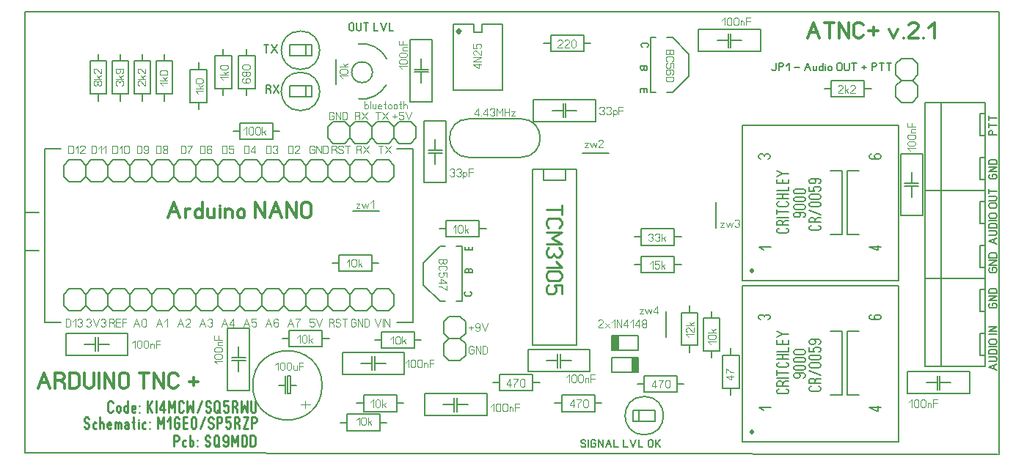
<source format=gbr>
%FSLAX34Y34*%
%MOMM*%
%LNCOPPER_BOTTOM*%
G71*
G01*
%ADD10C, 0.20*%
%ADD11C, 0.50*%
%ADD12C, 0.17*%
%ADD13C, 0.11*%
%ADD14C, 0.15*%
%ADD15C, 0.12*%
%ADD16C, 0.40*%
%ADD17C, 0.11*%
%ADD18C, 0.16*%
%ADD19C, 0.32*%
%ADD20C, 0.14*%
%ADD21C, 0.22*%
%ADD22C, 0.10*%
%ADD23C, 0.24*%
%LPD*%
G54D10*
X845506Y-511000D02*
X1025506Y-511000D01*
X1025506Y-331000D01*
X845506Y-331000D01*
X845506Y-511000D01*
G54D11*
X855838Y-500188D02*
X855838Y-499394D01*
G54D12*
X896125Y-450410D02*
X897792Y-451077D01*
X898625Y-452410D01*
X898625Y-453744D01*
X897792Y-455077D01*
X896125Y-455744D01*
X887792Y-455744D01*
X886125Y-455077D01*
X885292Y-453744D01*
X885292Y-452410D01*
X886125Y-451077D01*
X887792Y-450410D01*
G54D12*
X891958Y-444077D02*
X893625Y-442077D01*
X895292Y-441410D01*
X898625Y-441410D01*
G54D12*
X898625Y-446744D02*
X885292Y-446744D01*
X885292Y-443410D01*
X886125Y-442077D01*
X887792Y-441410D01*
X889458Y-441410D01*
X891125Y-442077D01*
X891958Y-443410D01*
X891958Y-446744D01*
G54D12*
X898625Y-437744D02*
X885292Y-437744D01*
G54D12*
X898625Y-431377D02*
X885292Y-431377D01*
G54D12*
X885292Y-434044D02*
X885292Y-428710D01*
G54D12*
X896125Y-419710D02*
X897792Y-420377D01*
X898625Y-421710D01*
X898625Y-423044D01*
X897792Y-424377D01*
X896125Y-425044D01*
X887792Y-425044D01*
X886125Y-424377D01*
X885292Y-423044D01*
X885292Y-421710D01*
X886125Y-420377D01*
X887792Y-419710D01*
G54D12*
X898625Y-416044D02*
X885292Y-416044D01*
G54D12*
X898625Y-410710D02*
X885292Y-410710D01*
G54D12*
X891958Y-416044D02*
X891958Y-410710D01*
G54D12*
X885292Y-407044D02*
X898625Y-407044D01*
X898625Y-402377D01*
G54D12*
X898625Y-393977D02*
X898625Y-398644D01*
X885292Y-398644D01*
X885292Y-393977D01*
G54D12*
X891958Y-398644D02*
X891958Y-393977D01*
G54D12*
X885292Y-390244D02*
X891958Y-386910D01*
X898625Y-386910D01*
G54D12*
X891958Y-386910D02*
X885292Y-383577D01*
G54D12*
X915175Y-437431D02*
X916842Y-436765D01*
X917675Y-435431D01*
X917675Y-434098D01*
X916842Y-432764D01*
X915175Y-432098D01*
X911008Y-432098D01*
X910175Y-432098D01*
X911842Y-434098D01*
X911842Y-435431D01*
X911008Y-436765D01*
X909342Y-437431D01*
X906842Y-437431D01*
X905175Y-436765D01*
X904342Y-435431D01*
X904342Y-434098D01*
X905175Y-432765D01*
X906842Y-432098D01*
X911008Y-432098D01*
G54D12*
X906842Y-423098D02*
X915175Y-423098D01*
X916842Y-423764D01*
X917675Y-425098D01*
X917675Y-426431D01*
X916842Y-427765D01*
X915175Y-428431D01*
X906842Y-428431D01*
X905175Y-427765D01*
X904342Y-426431D01*
X904342Y-425098D01*
X905175Y-423764D01*
X906842Y-423098D01*
G54D12*
X906842Y-414098D02*
X915175Y-414098D01*
X916842Y-414765D01*
X917675Y-416098D01*
X917675Y-417431D01*
X916842Y-418765D01*
X915175Y-419431D01*
X906842Y-419431D01*
X905175Y-418764D01*
X904342Y-417431D01*
X904342Y-416098D01*
X905175Y-414765D01*
X906842Y-414098D01*
G54D12*
X906842Y-405098D02*
X915175Y-405098D01*
X916842Y-405765D01*
X917675Y-407098D01*
X917675Y-408431D01*
X916842Y-409765D01*
X915175Y-410431D01*
X906842Y-410431D01*
X905175Y-409765D01*
X904342Y-408431D01*
X904342Y-407098D01*
X905175Y-405765D01*
X906842Y-405098D01*
G54D12*
X933431Y-447186D02*
X935098Y-447852D01*
X935931Y-449186D01*
X935931Y-450519D01*
X935098Y-451852D01*
X933431Y-452519D01*
X925098Y-452519D01*
X923431Y-451852D01*
X922598Y-450519D01*
X922598Y-449186D01*
X923431Y-447852D01*
X925098Y-447186D01*
G54D12*
X929264Y-440852D02*
X930931Y-438852D01*
X932598Y-438186D01*
X935931Y-438186D01*
G54D12*
X935931Y-443519D02*
X922598Y-443519D01*
X922598Y-440186D01*
X923431Y-438852D01*
X925098Y-438186D01*
X926764Y-438186D01*
X928431Y-438852D01*
X929264Y-440186D01*
X929264Y-443519D01*
G54D12*
X935931Y-434519D02*
X922598Y-429186D01*
G54D12*
X925098Y-420186D02*
X933431Y-420186D01*
X935098Y-420852D01*
X935931Y-422186D01*
X935931Y-423519D01*
X935098Y-424852D01*
X933431Y-425519D01*
X925098Y-425519D01*
X923431Y-424852D01*
X922598Y-423519D01*
X922598Y-422186D01*
X923431Y-420852D01*
X925098Y-420186D01*
G54D12*
X925098Y-411186D02*
X933431Y-411186D01*
X935098Y-411852D01*
X935931Y-413186D01*
X935931Y-414519D01*
X935098Y-415852D01*
X933431Y-416519D01*
X925098Y-416519D01*
X923431Y-415852D01*
X922598Y-414519D01*
X922598Y-413185D01*
X923431Y-411852D01*
X925098Y-411186D01*
G54D12*
X922598Y-402185D02*
X922598Y-407519D01*
X928431Y-407519D01*
X928431Y-406852D01*
X927598Y-405519D01*
X927598Y-404186D01*
X928431Y-402852D01*
X930098Y-402186D01*
X933431Y-402186D01*
X935098Y-402852D01*
X935931Y-404186D01*
X935931Y-405519D01*
X935098Y-406852D01*
X933431Y-407519D01*
G54D12*
X933431Y-398519D02*
X935098Y-397852D01*
X935931Y-396519D01*
X935931Y-395186D01*
X935098Y-393852D01*
X933431Y-393186D01*
X929264Y-393186D01*
X928431Y-393186D01*
X930098Y-395186D01*
X930098Y-396519D01*
X929264Y-397852D01*
X927598Y-398519D01*
X925098Y-398519D01*
X923431Y-397852D01*
X922598Y-396519D01*
X922598Y-395186D01*
X923431Y-393852D01*
X925098Y-393186D01*
X929264Y-393186D01*
G54D12*
X869654Y-475319D02*
X864654Y-471986D01*
X877988Y-471985D01*
G54D12*
X1004988Y-471525D02*
X991654Y-471525D01*
X999988Y-475525D01*
X1001654Y-475525D01*
X1001654Y-470192D01*
G54D12*
X866360Y-369956D02*
X864694Y-369290D01*
X863860Y-367956D01*
X863860Y-366623D01*
X864694Y-365290D01*
X866360Y-364623D01*
X868027Y-364623D01*
X869694Y-365290D01*
X870527Y-366623D01*
X871360Y-365290D01*
X873027Y-364623D01*
X874694Y-364623D01*
X876360Y-365290D01*
X877194Y-366623D01*
X877194Y-367956D01*
X876360Y-369290D01*
X874694Y-369956D01*
G54D12*
X994154Y-364623D02*
X992488Y-365290D01*
X991654Y-366623D01*
X991654Y-367956D01*
X992488Y-369290D01*
X994154Y-369956D01*
X998321Y-369956D01*
X999154Y-369956D01*
X997488Y-367956D01*
X997488Y-366623D01*
X998321Y-365290D01*
X999988Y-364623D01*
X1002488Y-364623D01*
X1004154Y-365290D01*
X1004988Y-366623D01*
X1004988Y-367956D01*
X1004154Y-369290D01*
X1002488Y-369956D01*
X998321Y-369956D01*
G54D10*
X947119Y-457325D02*
X960612Y-457325D01*
X960612Y-384300D01*
X960612Y-383506D01*
X947119Y-383506D01*
G54D10*
X979594Y-457325D02*
X966100Y-457325D01*
X966100Y-384300D01*
X966100Y-383506D01*
X979594Y-383506D01*
G54D10*
X163583Y-204701D02*
X169883Y-211001D01*
X182683Y-211001D01*
X188983Y-204701D01*
X188983Y-191901D01*
X182683Y-185601D01*
X169883Y-185601D01*
X163583Y-191901D01*
X163583Y-204701D01*
G54D10*
X138183Y-204701D02*
X144483Y-211002D01*
X157283Y-211001D01*
X163583Y-204701D01*
X163583Y-191901D01*
X157283Y-185601D01*
X144483Y-185601D01*
X138183Y-191901D01*
X138183Y-204701D01*
G54D10*
X188983Y-204701D02*
X195283Y-211001D01*
X208083Y-211001D01*
X214383Y-204701D01*
X214383Y-191901D01*
X208083Y-185601D01*
X195283Y-185602D01*
X188983Y-191901D01*
X188983Y-204701D01*
G54D10*
X87383Y-204701D02*
X93683Y-211001D01*
X106483Y-211002D01*
X112783Y-204701D01*
X112783Y-191901D01*
X106483Y-185601D01*
X93683Y-185601D01*
X87383Y-191901D01*
X87383Y-204701D01*
G54D10*
X61983Y-204701D02*
X68283Y-211002D01*
X81083Y-211001D01*
X87383Y-204701D01*
X87383Y-191901D01*
X81083Y-185601D01*
X68283Y-185601D01*
X61983Y-191901D01*
X61983Y-204701D01*
G54D10*
X112783Y-204701D02*
X119083Y-211001D01*
X131883Y-211001D01*
X138183Y-204701D01*
X138183Y-191901D01*
X131883Y-185601D01*
X119083Y-185601D01*
X112783Y-191901D01*
X112783Y-204701D01*
G54D10*
X315982Y-204701D02*
X322283Y-211001D01*
X335083Y-211001D01*
X341383Y-204701D01*
X341383Y-191901D01*
X335083Y-185601D01*
X322283Y-185601D01*
X315983Y-191901D01*
X315982Y-204701D01*
G54D10*
X290583Y-204701D02*
X296883Y-211002D01*
X309683Y-211001D01*
X315982Y-204701D01*
X315983Y-191901D01*
X309683Y-185601D01*
X296883Y-185601D01*
X290583Y-191901D01*
X290583Y-204701D01*
G54D10*
X341383Y-204701D02*
X347683Y-211001D01*
X360483Y-211001D01*
X366783Y-204701D01*
X366783Y-191901D01*
X360483Y-185601D01*
X347683Y-185602D01*
X341383Y-191901D01*
X341383Y-204701D01*
G54D10*
X239783Y-204701D02*
X246083Y-211001D01*
X258883Y-211002D01*
X265183Y-204701D01*
X265183Y-191901D01*
X258883Y-185601D01*
X246083Y-185601D01*
X239783Y-191901D01*
X239783Y-204701D01*
G54D10*
X214383Y-204701D02*
X220683Y-211002D01*
X233483Y-211001D01*
X239783Y-204701D01*
X239783Y-191901D01*
X233483Y-185601D01*
X220683Y-185601D01*
X214383Y-191901D01*
X214383Y-204701D01*
G54D10*
X265183Y-204701D02*
X271483Y-211001D01*
X284283Y-211001D01*
X290583Y-204701D01*
X290583Y-191901D01*
X284283Y-185601D01*
X271483Y-185601D01*
X265183Y-191901D01*
X265183Y-204701D01*
G54D10*
X392183Y-204701D02*
X398483Y-211001D01*
X411283Y-211001D01*
X417583Y-204701D01*
X417583Y-191901D01*
X411283Y-185601D01*
X398483Y-185601D01*
X392183Y-191901D01*
X392183Y-204701D01*
G54D10*
X366783Y-204701D02*
X373083Y-211002D01*
X385883Y-211001D01*
X392183Y-204701D01*
X392183Y-191901D01*
X385883Y-185601D01*
X373083Y-185601D01*
X366783Y-191901D01*
X366783Y-204701D01*
G54D10*
X417583Y-204701D02*
X423883Y-211001D01*
X436683Y-211001D01*
X442983Y-204701D01*
X442983Y-191901D01*
X436683Y-185601D01*
X423883Y-185602D01*
X417583Y-191901D01*
X417583Y-204701D01*
G54D10*
X163583Y-353926D02*
X169883Y-360226D01*
X182683Y-360226D01*
X188983Y-353926D01*
X188983Y-341126D01*
X182683Y-334826D01*
X169883Y-334826D01*
X163583Y-341126D01*
X163583Y-353926D01*
G54D10*
X138183Y-353926D02*
X144483Y-360226D01*
X157283Y-360226D01*
X163583Y-353926D01*
X163583Y-341126D01*
X157283Y-334826D01*
X144483Y-334826D01*
X138183Y-341126D01*
X138183Y-353926D01*
G54D10*
X188983Y-353926D02*
X195283Y-360226D01*
X208083Y-360226D01*
X214383Y-353926D01*
X214383Y-341126D01*
X208083Y-334826D01*
X195283Y-334826D01*
X188983Y-341126D01*
X188983Y-353926D01*
G54D10*
X87383Y-353926D02*
X93683Y-360226D01*
X106483Y-360226D01*
X112783Y-353926D01*
X112783Y-341126D01*
X106483Y-334826D01*
X93683Y-334826D01*
X87383Y-341126D01*
X87383Y-353926D01*
G54D10*
X61983Y-353926D02*
X68283Y-360226D01*
X81083Y-360226D01*
X87383Y-353926D01*
X87383Y-341126D01*
X81083Y-334826D01*
X68283Y-334826D01*
X61983Y-341126D01*
X61983Y-353926D01*
G54D10*
X112783Y-353926D02*
X119083Y-360226D01*
X131883Y-360226D01*
X138183Y-353926D01*
X138183Y-341126D01*
X131883Y-334826D01*
X119083Y-334826D01*
X112783Y-341126D01*
X112783Y-353926D01*
G54D10*
X315982Y-353926D02*
X322283Y-360226D01*
X335083Y-360226D01*
X341383Y-353926D01*
X341383Y-341126D01*
X335083Y-334826D01*
X322283Y-334826D01*
X315983Y-341126D01*
X315982Y-353926D01*
G54D10*
X290583Y-353926D02*
X296883Y-360226D01*
X309683Y-360226D01*
X315982Y-353926D01*
X315983Y-341126D01*
X309683Y-334826D01*
X296883Y-334826D01*
X290583Y-341126D01*
X290583Y-353926D01*
G54D10*
X341383Y-353926D02*
X347683Y-360226D01*
X360483Y-360226D01*
X366783Y-353926D01*
X366783Y-341126D01*
X360483Y-334826D01*
X347683Y-334826D01*
X341383Y-341126D01*
X341383Y-353926D01*
G54D10*
X239783Y-353926D02*
X246083Y-360226D01*
X258883Y-360226D01*
X265183Y-353926D01*
X265183Y-341126D01*
X258883Y-334826D01*
X246083Y-334826D01*
X239783Y-341126D01*
X239783Y-353926D01*
G54D10*
X214383Y-353926D02*
X220683Y-360226D01*
X233483Y-360226D01*
X239783Y-353926D01*
X239783Y-341126D01*
X233483Y-334826D01*
X220683Y-334826D01*
X214383Y-341126D01*
X214383Y-353926D01*
G54D10*
X265183Y-353926D02*
X271483Y-360226D01*
X284283Y-360226D01*
X290583Y-353926D01*
X290583Y-341126D01*
X284283Y-334826D01*
X271483Y-334826D01*
X265183Y-341126D01*
X265183Y-353926D01*
G54D10*
X392183Y-353926D02*
X398483Y-360226D01*
X411283Y-360226D01*
X417583Y-353926D01*
X417583Y-341126D01*
X411283Y-334826D01*
X398483Y-334826D01*
X392183Y-341126D01*
X392183Y-353926D01*
G54D10*
X366783Y-353926D02*
X373083Y-360226D01*
X385883Y-360226D01*
X392183Y-353926D01*
X392183Y-341126D01*
X385883Y-334826D01*
X373083Y-334826D01*
X366783Y-341126D01*
X366783Y-353926D01*
G54D10*
X417583Y-353926D02*
X423883Y-360226D01*
X436683Y-360226D01*
X442983Y-353926D01*
X442983Y-341126D01*
X436683Y-334826D01*
X423883Y-334826D01*
X417583Y-341126D01*
X417583Y-353926D01*
G54D13*
X427854Y-178012D02*
X427854Y-169124D01*
G54D13*
X425188Y-169124D02*
X430521Y-169124D01*
G54D13*
X432888Y-169124D02*
X439554Y-178012D01*
G54D13*
X432888Y-178012D02*
X439554Y-169124D01*
G54D13*
X402454Y-173568D02*
X404454Y-174679D01*
X405121Y-175790D01*
X405121Y-178012D01*
G54D13*
X399788Y-178012D02*
X399788Y-169124D01*
X403121Y-169124D01*
X404454Y-169679D01*
X405121Y-170790D01*
X405121Y-171901D01*
X404454Y-173012D01*
X403121Y-173568D01*
X399788Y-173568D01*
G54D13*
X407488Y-169124D02*
X414154Y-178012D01*
G54D13*
X407488Y-178012D02*
X414154Y-169124D01*
G54D13*
X373854Y-173568D02*
X375854Y-174679D01*
X376521Y-175790D01*
X376521Y-178012D01*
G54D13*
X371188Y-178012D02*
X371188Y-169124D01*
X374521Y-169124D01*
X375854Y-169679D01*
X376521Y-170790D01*
X376521Y-171901D01*
X375854Y-173012D01*
X374521Y-173568D01*
X371188Y-173568D01*
G54D13*
X378888Y-176346D02*
X379554Y-177457D01*
X380888Y-178012D01*
X382221Y-178012D01*
X383554Y-177457D01*
X384221Y-176346D01*
X384221Y-175235D01*
X383554Y-174124D01*
X382221Y-173568D01*
X380888Y-173568D01*
X379554Y-173012D01*
X378888Y-171901D01*
X378888Y-170790D01*
X379554Y-169679D01*
X380888Y-169124D01*
X382221Y-169124D01*
X383554Y-169679D01*
X384221Y-170790D01*
G54D13*
X389254Y-178012D02*
X389254Y-169124D01*
G54D13*
X386588Y-169124D02*
X391921Y-169124D01*
G54D13*
X348454Y-173568D02*
X351121Y-173568D01*
X351121Y-176346D01*
X350454Y-177457D01*
X349121Y-178012D01*
X347788Y-178012D01*
X346454Y-177457D01*
X345788Y-176346D01*
X345788Y-170790D01*
X346454Y-169679D01*
X347788Y-169124D01*
X349121Y-169124D01*
X350454Y-169679D01*
X351121Y-170790D01*
G54D13*
X353488Y-178012D02*
X353488Y-169124D01*
X358821Y-178012D01*
X358821Y-169124D01*
G54D13*
X361188Y-178012D02*
X361188Y-169124D01*
X364521Y-169124D01*
X365854Y-169679D01*
X366521Y-170790D01*
X366521Y-176346D01*
X365854Y-177457D01*
X364521Y-178012D01*
X361188Y-178012D01*
G54D13*
X321112Y-178012D02*
X321112Y-169124D01*
X324446Y-169124D01*
X325779Y-169679D01*
X326446Y-170790D01*
X326446Y-176346D01*
X325779Y-177457D01*
X324446Y-178012D01*
X321112Y-178012D01*
G54D13*
X334146Y-178012D02*
X328812Y-178012D01*
X328812Y-177457D01*
X329479Y-176346D01*
X333479Y-173012D01*
X334146Y-171901D01*
X334146Y-170790D01*
X333479Y-169679D01*
X332146Y-169124D01*
X330812Y-169124D01*
X329479Y-169679D01*
X328812Y-170790D01*
G54D13*
X295712Y-178012D02*
X295712Y-169124D01*
X299046Y-169124D01*
X300379Y-169679D01*
X301046Y-170790D01*
X301046Y-176346D01*
X300379Y-177457D01*
X299046Y-178012D01*
X295712Y-178012D01*
G54D13*
X303412Y-170790D02*
X304079Y-169679D01*
X305412Y-169124D01*
X306746Y-169124D01*
X308079Y-169679D01*
X308746Y-170790D01*
X308746Y-171901D01*
X308079Y-173012D01*
X306746Y-173568D01*
X308079Y-174124D01*
X308746Y-175235D01*
X308746Y-176346D01*
X308079Y-177457D01*
X306746Y-178012D01*
X305412Y-178012D01*
X304079Y-177457D01*
X303412Y-176346D01*
G54D13*
X270312Y-178012D02*
X270312Y-169124D01*
X273646Y-169124D01*
X274979Y-169679D01*
X275646Y-170790D01*
X275646Y-176346D01*
X274979Y-177457D01*
X273646Y-178012D01*
X270312Y-178012D01*
G54D13*
X282012Y-178012D02*
X282012Y-169124D01*
X278012Y-174679D01*
X278012Y-175790D01*
X283346Y-175790D01*
G54D13*
X244912Y-178012D02*
X244912Y-169124D01*
X248246Y-169124D01*
X249579Y-169679D01*
X250246Y-170790D01*
X250246Y-176346D01*
X249579Y-177457D01*
X248246Y-178012D01*
X244912Y-178012D01*
G54D13*
X257946Y-169124D02*
X252612Y-169124D01*
X252612Y-173012D01*
X253279Y-173012D01*
X254612Y-172457D01*
X255946Y-172457D01*
X257279Y-173012D01*
X257946Y-174124D01*
X257946Y-176346D01*
X257279Y-177457D01*
X255946Y-178012D01*
X254612Y-178012D01*
X253279Y-177457D01*
X252612Y-176346D01*
G54D13*
X219512Y-178012D02*
X219512Y-169124D01*
X222846Y-169124D01*
X224179Y-169679D01*
X224846Y-170790D01*
X224846Y-176346D01*
X224179Y-177457D01*
X222846Y-178012D01*
X219512Y-178012D01*
G54D13*
X232546Y-170790D02*
X231879Y-169679D01*
X230546Y-169124D01*
X229212Y-169124D01*
X227879Y-169679D01*
X227212Y-170790D01*
X227212Y-173568D01*
X227212Y-174124D01*
X229212Y-173012D01*
X230546Y-173012D01*
X231879Y-173568D01*
X232546Y-174679D01*
X232546Y-176346D01*
X231879Y-177457D01*
X230546Y-178012D01*
X229212Y-178012D01*
X227879Y-177457D01*
X227212Y-176346D01*
X227212Y-173568D01*
G54D13*
X197288Y-178012D02*
X197288Y-169124D01*
X200621Y-169124D01*
X201954Y-169679D01*
X202621Y-170790D01*
X202621Y-176346D01*
X201954Y-177457D01*
X200621Y-178012D01*
X197288Y-178012D01*
G54D13*
X204988Y-169124D02*
X210321Y-169124D01*
X209654Y-170235D01*
X208321Y-171901D01*
X206988Y-174124D01*
X206321Y-175790D01*
X206321Y-178012D01*
G54D13*
X168712Y-178012D02*
X168712Y-169124D01*
X172046Y-169124D01*
X173379Y-169679D01*
X174046Y-170790D01*
X174046Y-176346D01*
X173379Y-177457D01*
X172046Y-178012D01*
X168712Y-178012D01*
G54D13*
X179746Y-173568D02*
X178412Y-173568D01*
X177079Y-173012D01*
X176412Y-171901D01*
X176412Y-170790D01*
X177079Y-169679D01*
X178412Y-169124D01*
X179746Y-169124D01*
X181079Y-169679D01*
X181746Y-170790D01*
X181746Y-171901D01*
X181079Y-173012D01*
X179746Y-173568D01*
X181079Y-174124D01*
X181746Y-175235D01*
X181746Y-176346D01*
X181079Y-177457D01*
X179746Y-178012D01*
X178412Y-178012D01*
X177079Y-177457D01*
X176412Y-176346D01*
X176412Y-175235D01*
X177079Y-174124D01*
X178412Y-173568D01*
G54D13*
X146488Y-178012D02*
X146488Y-169124D01*
X149821Y-169124D01*
X151154Y-169679D01*
X151821Y-170790D01*
X151821Y-176346D01*
X151154Y-177457D01*
X149821Y-178012D01*
X146488Y-178012D01*
G54D13*
X154188Y-176346D02*
X154854Y-177457D01*
X156188Y-178012D01*
X157521Y-178012D01*
X158854Y-177457D01*
X159521Y-176346D01*
X159521Y-173568D01*
X159521Y-173012D01*
X157521Y-174124D01*
X156188Y-174124D01*
X154854Y-173568D01*
X154188Y-172457D01*
X154188Y-170790D01*
X154854Y-169679D01*
X156188Y-169124D01*
X157521Y-169124D01*
X158854Y-169679D01*
X159521Y-170790D01*
X159521Y-173568D01*
G54D13*
X118238Y-178012D02*
X118238Y-169124D01*
X121571Y-169124D01*
X122904Y-169679D01*
X123571Y-170790D01*
X123571Y-176346D01*
X122904Y-177457D01*
X121571Y-178012D01*
X118238Y-178012D01*
G54D13*
X125938Y-172457D02*
X129271Y-169124D01*
X129271Y-178012D01*
G54D13*
X136971Y-170790D02*
X136971Y-176346D01*
X136304Y-177457D01*
X134971Y-178012D01*
X133638Y-178012D01*
X132304Y-177457D01*
X131638Y-176346D01*
X131638Y-170790D01*
X132304Y-169679D01*
X133638Y-169124D01*
X134971Y-169124D01*
X136304Y-169679D01*
X136971Y-170790D01*
G54D13*
X93838Y-178012D02*
X93838Y-169124D01*
X97171Y-169124D01*
X98504Y-169679D01*
X99171Y-170790D01*
X99171Y-176346D01*
X98504Y-177457D01*
X97171Y-178012D01*
X93838Y-178012D01*
G54D13*
X101538Y-172457D02*
X104871Y-169124D01*
X104871Y-178012D01*
G54D13*
X107238Y-172457D02*
X110571Y-169124D01*
X110571Y-178012D01*
G54D13*
X67438Y-178012D02*
X67438Y-169124D01*
X70771Y-169124D01*
X72104Y-169679D01*
X72771Y-170790D01*
X72771Y-176346D01*
X72104Y-177457D01*
X70771Y-178012D01*
X67438Y-178012D01*
G54D13*
X75138Y-172457D02*
X78471Y-169124D01*
X78471Y-178012D01*
G54D13*
X86171Y-178012D02*
X80838Y-178012D01*
X80838Y-177457D01*
X81504Y-176346D01*
X85504Y-173012D01*
X86171Y-171901D01*
X86171Y-170790D01*
X85504Y-169679D01*
X84171Y-169124D01*
X82838Y-169124D01*
X81504Y-169679D01*
X80838Y-170790D01*
G54D10*
X58738Y-172988D02*
X39688Y-172988D01*
X39688Y-373012D01*
X58738Y-373012D01*
G54D10*
X33338Y-246012D02*
X17462Y-246012D01*
X17462Y-290462D01*
X33338Y-290462D01*
G54D13*
X64262Y-378038D02*
X64262Y-369149D01*
X67596Y-369149D01*
X68929Y-369704D01*
X69596Y-370815D01*
X69596Y-376371D01*
X68929Y-377482D01*
X67596Y-378038D01*
X64262Y-378038D01*
G54D13*
X71962Y-372482D02*
X75296Y-369149D01*
X75296Y-378038D01*
G54D13*
X77662Y-370815D02*
X78329Y-369704D01*
X79662Y-369149D01*
X80996Y-369149D01*
X82329Y-369704D01*
X82996Y-370815D01*
X82996Y-371926D01*
X82329Y-373038D01*
X80996Y-373593D01*
X82329Y-374149D01*
X82996Y-375260D01*
X82996Y-376371D01*
X82329Y-377482D01*
X80996Y-378038D01*
X79662Y-378038D01*
X78329Y-377482D01*
X77662Y-376371D01*
G54D13*
X87962Y-370815D02*
X88629Y-369704D01*
X89962Y-369149D01*
X91296Y-369149D01*
X92629Y-369704D01*
X93296Y-370815D01*
X93296Y-371926D01*
X92629Y-373038D01*
X91296Y-373593D01*
X92629Y-374149D01*
X93296Y-375260D01*
X93296Y-376371D01*
X92629Y-377482D01*
X91296Y-378038D01*
X89962Y-378038D01*
X88629Y-377482D01*
X87962Y-376371D01*
G54D13*
X95662Y-369149D02*
X98996Y-378038D01*
X102329Y-369149D01*
G54D13*
X104762Y-370815D02*
X105429Y-369704D01*
X106762Y-369149D01*
X108096Y-369149D01*
X109429Y-369704D01*
X110096Y-370815D01*
X110096Y-371926D01*
X109429Y-373038D01*
X108096Y-373593D01*
X109429Y-374149D01*
X110096Y-375260D01*
X110096Y-376371D01*
X109429Y-377482D01*
X108096Y-378038D01*
X106762Y-378038D01*
X105429Y-377482D01*
X104762Y-376371D01*
G54D13*
X117379Y-373593D02*
X119379Y-374704D01*
X120046Y-375815D01*
X120046Y-378038D01*
G54D13*
X114712Y-378038D02*
X114712Y-369149D01*
X118046Y-369149D01*
X119379Y-369704D01*
X120046Y-370815D01*
X120046Y-371926D01*
X119379Y-373038D01*
X118046Y-373593D01*
X114712Y-373593D01*
G54D13*
X127079Y-378038D02*
X122412Y-378038D01*
X122412Y-369149D01*
X127079Y-369149D01*
G54D13*
X122412Y-373593D02*
X127079Y-373593D01*
G54D13*
X129512Y-378038D02*
X129512Y-369149D01*
X134179Y-369149D01*
G54D13*
X129512Y-373593D02*
X134179Y-373593D01*
G54D13*
X142612Y-378038D02*
X145946Y-369149D01*
X149279Y-378038D01*
G54D13*
X143946Y-374704D02*
X147946Y-374704D01*
G54D13*
X157046Y-370815D02*
X157046Y-376371D01*
X156379Y-377482D01*
X155046Y-378038D01*
X153712Y-378038D01*
X152379Y-377482D01*
X151712Y-376371D01*
X151712Y-370815D01*
X152379Y-369704D01*
X153712Y-369149D01*
X155046Y-369149D01*
X156379Y-369704D01*
X157046Y-370815D01*
G54D13*
X169012Y-378038D02*
X172346Y-369149D01*
X175679Y-378038D01*
G54D13*
X170346Y-374704D02*
X174346Y-374704D01*
G54D13*
X178112Y-372482D02*
X181446Y-369149D01*
X181446Y-378038D01*
G54D13*
X193412Y-378038D02*
X196746Y-369149D01*
X200079Y-378038D01*
G54D13*
X194746Y-374704D02*
X198746Y-374704D01*
G54D13*
X207846Y-378038D02*
X202512Y-378038D01*
X202512Y-377482D01*
X203179Y-376371D01*
X207179Y-373038D01*
X207846Y-371926D01*
X207846Y-370815D01*
X207179Y-369704D01*
X205846Y-369149D01*
X204512Y-369149D01*
X203179Y-369704D01*
X202512Y-370815D01*
G54D13*
X218812Y-378038D02*
X222146Y-369149D01*
X225479Y-378038D01*
G54D13*
X220146Y-374704D02*
X224146Y-374704D01*
G54D13*
X227912Y-370815D02*
X228579Y-369704D01*
X229912Y-369149D01*
X231246Y-369149D01*
X232579Y-369704D01*
X233246Y-370815D01*
X233246Y-371926D01*
X232579Y-373038D01*
X231246Y-373593D01*
X232579Y-374149D01*
X233246Y-375260D01*
X233246Y-376371D01*
X232579Y-377482D01*
X231246Y-378038D01*
X229912Y-378038D01*
X228579Y-377482D01*
X227912Y-376371D01*
G54D13*
X244212Y-378038D02*
X247546Y-369149D01*
X250879Y-378038D01*
G54D13*
X245546Y-374704D02*
X249546Y-374704D01*
G54D13*
X257312Y-378038D02*
X257312Y-369149D01*
X253312Y-374704D01*
X253312Y-375815D01*
X258646Y-375815D01*
G54D13*
X269612Y-378038D02*
X272946Y-369149D01*
X276279Y-378038D01*
G54D13*
X270946Y-374704D02*
X274946Y-374704D01*
G54D13*
X284046Y-369149D02*
X278712Y-369149D01*
X278712Y-373038D01*
X279379Y-373038D01*
X280712Y-372482D01*
X282046Y-372482D01*
X283379Y-373038D01*
X284046Y-374149D01*
X284046Y-376371D01*
X283379Y-377482D01*
X282046Y-378038D01*
X280712Y-378038D01*
X279379Y-377482D01*
X278712Y-376371D01*
G54D13*
X295012Y-378038D02*
X298346Y-369149D01*
X301679Y-378038D01*
G54D13*
X296346Y-374704D02*
X300346Y-374704D01*
G54D13*
X309446Y-370815D02*
X308779Y-369704D01*
X307446Y-369149D01*
X306112Y-369149D01*
X304779Y-369704D01*
X304112Y-370815D01*
X304112Y-373593D01*
X304112Y-374149D01*
X306112Y-373038D01*
X307446Y-373038D01*
X308779Y-373593D01*
X309446Y-374704D01*
X309446Y-376371D01*
X308779Y-377482D01*
X307446Y-378038D01*
X306112Y-378038D01*
X304779Y-377482D01*
X304112Y-376371D01*
X304112Y-373593D01*
G54D13*
X420812Y-369149D02*
X424146Y-378038D01*
X427479Y-369149D01*
G54D13*
X429912Y-378038D02*
X429912Y-369149D01*
G54D13*
X432312Y-378038D02*
X432312Y-369149D01*
X437646Y-378038D01*
X437646Y-369149D01*
G54D13*
X396129Y-373593D02*
X398796Y-373593D01*
X398796Y-376371D01*
X398129Y-377482D01*
X396796Y-378038D01*
X395462Y-378038D01*
X394129Y-377482D01*
X393462Y-376371D01*
X393462Y-370815D01*
X394129Y-369704D01*
X395462Y-369149D01*
X396796Y-369149D01*
X398129Y-369704D01*
X398796Y-370815D01*
G54D13*
X401162Y-378038D02*
X401162Y-369149D01*
X406496Y-378038D01*
X406496Y-369149D01*
G54D13*
X408862Y-378038D02*
X408862Y-369149D01*
X412196Y-369149D01*
X413529Y-369704D01*
X414196Y-370815D01*
X414196Y-376371D01*
X413529Y-377482D01*
X412196Y-378038D01*
X408862Y-378038D01*
G54D13*
X370729Y-373593D02*
X372729Y-374704D01*
X373396Y-375815D01*
X373396Y-378038D01*
G54D13*
X368062Y-378038D02*
X368062Y-369149D01*
X371396Y-369149D01*
X372729Y-369704D01*
X373396Y-370815D01*
X373396Y-371926D01*
X372729Y-373038D01*
X371396Y-373593D01*
X368062Y-373593D01*
G54D13*
X375762Y-376371D02*
X376429Y-377482D01*
X377762Y-378038D01*
X379096Y-378038D01*
X380429Y-377482D01*
X381096Y-376371D01*
X381096Y-375260D01*
X380429Y-374149D01*
X379096Y-373593D01*
X377762Y-373593D01*
X376429Y-373038D01*
X375762Y-371926D01*
X375762Y-370815D01*
X376429Y-369704D01*
X377762Y-369149D01*
X379096Y-369149D01*
X380429Y-369704D01*
X381096Y-370815D01*
G54D13*
X386129Y-378038D02*
X386129Y-369149D01*
G54D13*
X383462Y-369149D02*
X388796Y-369149D01*
G54D13*
X351146Y-369149D02*
X345812Y-369149D01*
X345812Y-373038D01*
X346479Y-373038D01*
X347812Y-372482D01*
X349146Y-372482D01*
X350479Y-373038D01*
X351146Y-374149D01*
X351146Y-376371D01*
X350479Y-377482D01*
X349146Y-378038D01*
X347812Y-378038D01*
X346479Y-377482D01*
X345812Y-376371D01*
G54D13*
X353512Y-369149D02*
X356846Y-378038D01*
X360179Y-369149D01*
G54D10*
X446088Y-172988D02*
X465138Y-172988D01*
X465138Y-373012D01*
X446088Y-373012D01*
G54D13*
X320412Y-378038D02*
X323746Y-369149D01*
X327079Y-378038D01*
G54D13*
X321746Y-374704D02*
X325746Y-374704D01*
G54D13*
X329512Y-369149D02*
X334846Y-369149D01*
X334179Y-370260D01*
X332846Y-371926D01*
X331512Y-374149D01*
X330846Y-375815D01*
X330846Y-378038D01*
G54D10*
X845506Y-325262D02*
X1025506Y-325262D01*
X1025506Y-145262D01*
X845506Y-145262D01*
X845506Y-325262D01*
G54D11*
X855838Y-314450D02*
X855838Y-313656D01*
G54D12*
X896125Y-264673D02*
X897792Y-265340D01*
X898625Y-266673D01*
X898625Y-268006D01*
X897792Y-269340D01*
X896125Y-270006D01*
X887792Y-270006D01*
X886125Y-269340D01*
X885292Y-268006D01*
X885292Y-266673D01*
X886125Y-265340D01*
X887792Y-264673D01*
G54D12*
X891958Y-258340D02*
X893625Y-256340D01*
X895292Y-255673D01*
X898625Y-255673D01*
G54D12*
X898625Y-261006D02*
X885292Y-261006D01*
X885292Y-257673D01*
X886125Y-256340D01*
X887792Y-255673D01*
X889458Y-255673D01*
X891125Y-256340D01*
X891958Y-257673D01*
X891958Y-261006D01*
G54D12*
X898625Y-252006D02*
X885292Y-252006D01*
G54D12*
X898625Y-245640D02*
X885292Y-245640D01*
G54D12*
X885292Y-248306D02*
X885292Y-242973D01*
G54D12*
X896125Y-233973D02*
X897792Y-234640D01*
X898625Y-235973D01*
X898625Y-237306D01*
X897792Y-238640D01*
X896125Y-239306D01*
X887792Y-239306D01*
X886125Y-238640D01*
X885292Y-237306D01*
X885292Y-235973D01*
X886125Y-234640D01*
X887792Y-233973D01*
G54D12*
X898625Y-230306D02*
X885292Y-230306D01*
G54D12*
X898625Y-224973D02*
X885292Y-224973D01*
G54D12*
X891958Y-230306D02*
X891958Y-224973D01*
G54D12*
X885292Y-221306D02*
X898625Y-221306D01*
X898625Y-216640D01*
G54D12*
X898625Y-208240D02*
X898625Y-212906D01*
X885292Y-212906D01*
X885292Y-208240D01*
G54D12*
X891958Y-212906D02*
X891958Y-208240D01*
G54D12*
X885292Y-204506D02*
X891958Y-201173D01*
X898625Y-201173D01*
G54D12*
X891958Y-201173D02*
X885292Y-197840D01*
G54D12*
X915175Y-251694D02*
X916842Y-251027D01*
X917675Y-249694D01*
X917675Y-248360D01*
X916842Y-247027D01*
X915175Y-246360D01*
X911008Y-246360D01*
X910175Y-246360D01*
X911842Y-248360D01*
X911842Y-249694D01*
X911008Y-251027D01*
X909342Y-251694D01*
X906842Y-251694D01*
X905175Y-251027D01*
X904342Y-249694D01*
X904342Y-248360D01*
X905175Y-247027D01*
X906842Y-246360D01*
X911008Y-246360D01*
G54D12*
X906842Y-237360D02*
X915175Y-237360D01*
X916842Y-238027D01*
X917675Y-239360D01*
X917675Y-240694D01*
X916842Y-242027D01*
X915175Y-242694D01*
X906842Y-242694D01*
X905175Y-242027D01*
X904342Y-240694D01*
X904342Y-239360D01*
X905175Y-238027D01*
X906842Y-237360D01*
G54D12*
X906842Y-228360D02*
X915175Y-228360D01*
X916842Y-229027D01*
X917675Y-230360D01*
X917675Y-231694D01*
X916842Y-233027D01*
X915175Y-233694D01*
X906842Y-233694D01*
X905175Y-233027D01*
X904342Y-231694D01*
X904342Y-230360D01*
X905175Y-229027D01*
X906842Y-228360D01*
G54D12*
X906842Y-219360D02*
X915175Y-219360D01*
X916842Y-220027D01*
X917675Y-221360D01*
X917675Y-222694D01*
X916842Y-224027D01*
X915175Y-224694D01*
X906842Y-224694D01*
X905175Y-224027D01*
X904342Y-222694D01*
X904342Y-221360D01*
X905175Y-220027D01*
X906842Y-219360D01*
G54D12*
X933431Y-261448D02*
X935098Y-262114D01*
X935931Y-263448D01*
X935931Y-264781D01*
X935098Y-266115D01*
X933431Y-266781D01*
X925098Y-266781D01*
X923431Y-266115D01*
X922598Y-264781D01*
X922598Y-263448D01*
X923431Y-262115D01*
X925098Y-261448D01*
G54D12*
X929264Y-255115D02*
X930931Y-253114D01*
X932598Y-252448D01*
X935931Y-252448D01*
G54D12*
X935931Y-257781D02*
X922598Y-257781D01*
X922598Y-254448D01*
X923431Y-253115D01*
X925098Y-252448D01*
X926764Y-252448D01*
X928431Y-253115D01*
X929264Y-254448D01*
X929264Y-257781D01*
G54D12*
X935931Y-248781D02*
X922598Y-243448D01*
G54D12*
X925098Y-234448D02*
X933431Y-234448D01*
X935098Y-235115D01*
X935931Y-236448D01*
X935931Y-237781D01*
X935098Y-239114D01*
X933431Y-239781D01*
X925098Y-239781D01*
X923431Y-239115D01*
X922598Y-237781D01*
X922598Y-236448D01*
X923431Y-235114D01*
X925098Y-234448D01*
G54D12*
X925098Y-225448D02*
X933431Y-225448D01*
X935098Y-226115D01*
X935931Y-227448D01*
X935931Y-228781D01*
X935098Y-230114D01*
X933431Y-230781D01*
X925098Y-230781D01*
X923431Y-230115D01*
X922598Y-228781D01*
X922598Y-227448D01*
X923431Y-226115D01*
X925098Y-225448D01*
G54D12*
X922598Y-216448D02*
X922598Y-221781D01*
X928431Y-221781D01*
X928431Y-221115D01*
X927598Y-219781D01*
X927598Y-218448D01*
X928431Y-217115D01*
X930098Y-216448D01*
X933431Y-216448D01*
X935098Y-217114D01*
X935931Y-218448D01*
X935931Y-219781D01*
X935098Y-221115D01*
X933431Y-221781D01*
G54D12*
X933431Y-212781D02*
X935098Y-212115D01*
X935931Y-210781D01*
X935931Y-209448D01*
X935098Y-208115D01*
X933431Y-207448D01*
X929264Y-207448D01*
X928431Y-207448D01*
X930098Y-209448D01*
X930098Y-210781D01*
X929264Y-212114D01*
X927598Y-212781D01*
X925098Y-212781D01*
X923431Y-212115D01*
X922598Y-210781D01*
X922598Y-209448D01*
X923431Y-208115D01*
X925098Y-207448D01*
X929264Y-207448D01*
G54D12*
X869654Y-289581D02*
X864654Y-286248D01*
X877988Y-286248D01*
G54D12*
X1004988Y-285788D02*
X991654Y-285788D01*
X999988Y-289788D01*
X1001654Y-289788D01*
X1001654Y-284454D01*
G54D12*
X866360Y-184219D02*
X864694Y-183552D01*
X863860Y-182219D01*
X863860Y-180886D01*
X864694Y-179552D01*
X866360Y-178886D01*
X868027Y-178886D01*
X869694Y-179552D01*
X870527Y-180885D01*
X871360Y-179552D01*
X873027Y-178886D01*
X874694Y-178886D01*
X876360Y-179552D01*
X877194Y-180886D01*
X877194Y-182219D01*
X876360Y-183552D01*
X874694Y-184219D01*
G54D12*
X994154Y-178886D02*
X992488Y-179552D01*
X991654Y-180886D01*
X991654Y-182219D01*
X992488Y-183552D01*
X994154Y-184219D01*
X998321Y-184219D01*
X999154Y-184219D01*
X997488Y-182219D01*
X997488Y-180886D01*
X998321Y-179552D01*
X999988Y-178886D01*
X1002488Y-178886D01*
X1004154Y-179552D01*
X1004988Y-180886D01*
X1004988Y-182219D01*
X1004154Y-183552D01*
X1002488Y-184219D01*
X998321Y-184219D01*
G54D10*
X947119Y-271588D02*
X960612Y-271588D01*
X960612Y-198562D01*
X960612Y-197769D01*
X947119Y-197769D01*
G54D10*
X979594Y-271588D02*
X966100Y-271588D01*
X966100Y-198562D01*
X966100Y-197769D01*
X979594Y-197769D01*
G54D10*
X1125396Y-423912D02*
X1074596Y-423912D01*
X1055546Y-423912D01*
X1055546Y-322312D01*
X1125396Y-322312D01*
X1125396Y-335012D01*
X1119046Y-335012D01*
X1119046Y-360412D01*
X1125396Y-360412D01*
X1125396Y-385812D01*
X1119046Y-385812D01*
X1119046Y-411212D01*
X1125396Y-411212D01*
X1125396Y-423912D01*
X1074596Y-423912D01*
X1074596Y-322312D01*
X1074596Y-423912D01*
X1125396Y-423912D01*
X1125396Y-322312D01*
G54D14*
X428675Y-403200D02*
X428675Y-384200D01*
X466675Y-384200D01*
X466675Y-403200D01*
X428675Y-403200D01*
G54D14*
X428575Y-393700D02*
X420675Y-393700D01*
G54D14*
X466675Y-393700D02*
X474575Y-393700D01*
G54D14*
X322312Y-401612D02*
X322312Y-382612D01*
X360312Y-382612D01*
X360312Y-401612D01*
X322312Y-401612D01*
G54D14*
X322212Y-392112D02*
X314312Y-392112D01*
G54D14*
X360312Y-392112D02*
X368212Y-392112D01*
G54D14*
X388988Y-498450D02*
X388988Y-479450D01*
X426988Y-479450D01*
X426988Y-498450D01*
X388988Y-498450D01*
G54D14*
X388888Y-488950D02*
X380988Y-488950D01*
G54D14*
X426988Y-488950D02*
X434888Y-488950D01*
G54D14*
X255562Y-103138D02*
X236562Y-103138D01*
X236562Y-65138D01*
X255562Y-65138D01*
X255562Y-103138D01*
G54D14*
X246062Y-103238D02*
X246062Y-111138D01*
G54D14*
X246062Y-65138D02*
X246062Y-57238D01*
G54D14*
X226988Y-119012D02*
X207988Y-119012D01*
X207988Y-81012D01*
X226988Y-81012D01*
X226988Y-119012D01*
G54D14*
X217488Y-119112D02*
X217488Y-127012D01*
G54D14*
X217488Y-81012D02*
X217488Y-73112D01*
G54D14*
X347721Y-52379D02*
X347721Y-65179D01*
X322321Y-65179D01*
X322321Y-52379D01*
X347721Y-52379D01*
G54D14*
X341321Y-65179D02*
X341321Y-52379D01*
G54D10*
G75*
G01X335104Y-36646D02*
G03X335104Y-36646I0J-22200D01*
G01*
G54D14*
X347721Y-100004D02*
X347721Y-112804D01*
X322321Y-112804D01*
X322321Y-100004D01*
X347721Y-100004D01*
G54D14*
X341321Y-112804D02*
X341321Y-100004D01*
G54D10*
G75*
G01X335104Y-84271D02*
G03X335104Y-84271I0J-22200D01*
G01*
G54D14*
X250825Y-451725D02*
X276225Y-451725D01*
X276225Y-380125D01*
X250825Y-380125D01*
X250825Y-451725D01*
G54D14*
X255525Y-417525D02*
X271525Y-417525D01*
G54D14*
X255525Y-414325D02*
X271525Y-414325D01*
G54D14*
X263525Y-430225D02*
X263525Y-417525D01*
G54D14*
X263525Y-414325D02*
X263525Y-401625D01*
G54D14*
X320538Y-435388D02*
X323738Y-435388D01*
X323738Y-455388D01*
X320538Y-455388D01*
X320538Y-435388D01*
G54D14*
X317338Y-435388D02*
X317338Y-455388D01*
G54D14*
G75*
G01X360038Y-446088D02*
G03X360038Y-446088I-40000J0D01*
G01*
G54D14*
X317038Y-446088D02*
X310038Y-446088D01*
G54D14*
X324038Y-446088D02*
X330038Y-446088D01*
G54D15*
X346038Y-468288D02*
X335338Y-468288D01*
G54D15*
X340738Y-463888D02*
X340738Y-472788D01*
G54D14*
X168300Y-71488D02*
X187300Y-71488D01*
X187300Y-109488D01*
X168300Y-109488D01*
X168300Y-71488D01*
G54D14*
X177800Y-71388D02*
X177800Y-63488D01*
G54D14*
X177800Y-109488D02*
X177800Y-117388D01*
G54D14*
X142900Y-71488D02*
X161900Y-71488D01*
X161900Y-109488D01*
X142900Y-109488D01*
X142900Y-71488D01*
G54D14*
X152400Y-71388D02*
X152400Y-63488D01*
G54D14*
X152400Y-109488D02*
X152400Y-117388D01*
G54D14*
X117500Y-71488D02*
X136500Y-71488D01*
X136500Y-109488D01*
X117500Y-109488D01*
X117500Y-71488D01*
G54D14*
X127000Y-71388D02*
X127000Y-63488D01*
G54D14*
X127000Y-109488D02*
X127000Y-117388D01*
G54D14*
X92100Y-71488D02*
X111100Y-71488D01*
X111100Y-109488D01*
X92100Y-109488D01*
X92100Y-71488D01*
G54D14*
X101600Y-71388D02*
X101600Y-63488D01*
G54D14*
X101600Y-109488D02*
X101600Y-117388D01*
G54D14*
X303162Y-142900D02*
X303162Y-161900D01*
X265162Y-161900D01*
X265162Y-142900D01*
X303162Y-142900D01*
G54D14*
X303262Y-152400D02*
X311162Y-152400D01*
G54D14*
X265162Y-152400D02*
X257262Y-152400D01*
G54D10*
X376351Y-69001D02*
X376351Y-98402D01*
G54D10*
G75*
G01X434693Y-68774D02*
G03X401727Y-51613I-28512J-14527D01*
G01*
G54D10*
G75*
G01X402281Y-115063D02*
G03X434169Y-98815I3900J31762D01*
G01*
G54D10*
G75*
G01X406181Y-96301D02*
G03X406181Y-96301I0J12000D01*
G01*
G54D14*
X487362Y-46750D02*
X461962Y-46750D01*
X461962Y-118350D01*
X487362Y-118350D01*
X487362Y-46750D01*
G54D14*
X482662Y-80950D02*
X466662Y-80950D01*
G54D14*
X482662Y-84150D02*
X466662Y-84150D01*
G54D14*
X474662Y-68250D02*
X474662Y-80950D01*
G54D14*
X474662Y-84150D02*
X474662Y-96850D01*
G54D10*
X1125396Y-322312D02*
X1074596Y-322312D01*
X1055546Y-322312D01*
X1055546Y-220712D01*
X1125396Y-220712D01*
X1125396Y-233412D01*
X1119046Y-233412D01*
X1119046Y-258812D01*
X1125396Y-258812D01*
X1125396Y-284212D01*
X1119046Y-284212D01*
X1119046Y-309612D01*
X1125396Y-309612D01*
X1125396Y-322312D01*
X1074596Y-322312D01*
X1074596Y-220712D01*
X1074596Y-322312D01*
X1125396Y-322312D01*
X1125396Y-220712D01*
G54D14*
X383300Y-407988D02*
X383300Y-433388D01*
X454900Y-433388D01*
X454900Y-407988D01*
X383300Y-407988D01*
G54D14*
X417500Y-412688D02*
X417500Y-428688D01*
G54D14*
X420700Y-412688D02*
X420700Y-428688D01*
G54D14*
X404800Y-420688D02*
X417500Y-420688D01*
G54D14*
X420700Y-420688D02*
X433400Y-420688D01*
G54D10*
X1125396Y-220712D02*
X1074596Y-220712D01*
X1055546Y-220712D01*
X1055546Y-119112D01*
X1125396Y-119112D01*
X1125396Y-131812D01*
X1119046Y-131812D01*
X1119046Y-157212D01*
X1125396Y-157212D01*
X1125396Y-182612D01*
X1119046Y-182612D01*
X1119046Y-208012D01*
X1125396Y-208012D01*
X1125396Y-220712D01*
X1074596Y-220712D01*
X1074596Y-119112D01*
X1074596Y-220712D01*
X1125396Y-220712D01*
X1125396Y-119112D01*
G54D14*
X623937Y-60300D02*
X623937Y-41300D01*
X661937Y-41300D01*
X661937Y-60300D01*
X623937Y-60300D01*
G54D14*
X623837Y-50800D02*
X615937Y-50800D01*
G54D14*
X661937Y-50800D02*
X669837Y-50800D01*
G54D16*
G75*
G01X517933Y-38471D02*
G03X517933Y-38471I0J1600D01*
G01*
G54D14*
X568415Y-28796D02*
X544515Y-28796D01*
X544515Y-38296D01*
X535115Y-38296D01*
X535115Y-28796D01*
X511215Y-28796D01*
X511215Y-104996D01*
X568415Y-104996D01*
X568415Y-28796D01*
G54D13*
X543342Y-75734D02*
X534453Y-75734D01*
X540008Y-79734D01*
X541119Y-79734D01*
X541119Y-74400D01*
G54D13*
X543342Y-72034D02*
X534453Y-72034D01*
X543342Y-66701D01*
X534453Y-66701D01*
G54D13*
X543342Y-59001D02*
X543342Y-64334D01*
X542786Y-64334D01*
X541675Y-63667D01*
X538342Y-59667D01*
X537230Y-59001D01*
X536119Y-59001D01*
X535008Y-59667D01*
X534453Y-61001D01*
X534453Y-62334D01*
X535008Y-63667D01*
X536119Y-64334D01*
G54D13*
X534453Y-51301D02*
X534453Y-56634D01*
X538342Y-56634D01*
X538342Y-55967D01*
X537786Y-54634D01*
X537786Y-53301D01*
X538342Y-51967D01*
X539453Y-51301D01*
X541675Y-51301D01*
X542786Y-51967D01*
X543342Y-53301D01*
X543342Y-54634D01*
X542786Y-55967D01*
X541675Y-56634D01*
G54D10*
X1139825Y-525462D02*
X17462Y-523875D01*
X17462Y-14288D01*
G54D17*
X269603Y-91153D02*
X268492Y-91820D01*
X267937Y-93153D01*
X267937Y-94486D01*
X268492Y-95820D01*
X269603Y-96486D01*
X272381Y-96486D01*
X272937Y-96486D01*
X271826Y-94486D01*
X271826Y-93153D01*
X272381Y-91820D01*
X273492Y-91153D01*
X275159Y-91153D01*
X276270Y-91820D01*
X276826Y-93153D01*
X276826Y-94486D01*
X276270Y-95820D01*
X275159Y-96486D01*
X272381Y-96486D01*
G54D17*
X272381Y-85376D02*
X272381Y-86710D01*
X271826Y-88043D01*
X270714Y-88710D01*
X269603Y-88710D01*
X268492Y-88043D01*
X267937Y-86710D01*
X267937Y-85376D01*
X268492Y-84043D01*
X269603Y-83376D01*
X270714Y-83376D01*
X271826Y-84043D01*
X272381Y-85376D01*
X272936Y-84043D01*
X274048Y-83376D01*
X275159Y-83376D01*
X276270Y-84043D01*
X276826Y-85376D01*
X276826Y-86710D01*
X276270Y-88043D01*
X275159Y-88710D01*
X274048Y-88710D01*
X272936Y-88043D01*
X272381Y-86710D01*
G54D17*
X269603Y-75599D02*
X275159Y-75599D01*
X276270Y-76266D01*
X276826Y-77599D01*
X276826Y-78932D01*
X276270Y-80266D01*
X275159Y-80932D01*
X269603Y-80932D01*
X268492Y-80266D01*
X267937Y-78932D01*
X267937Y-77599D01*
X268492Y-76266D01*
X269603Y-75599D01*
G54D17*
X245870Y-93312D02*
X242536Y-89978D01*
X251426Y-89978D01*
G54D17*
X251426Y-87534D02*
X242536Y-87534D01*
G54D17*
X248092Y-85534D02*
X251426Y-83534D01*
G54D17*
X249203Y-87534D02*
X246426Y-83534D01*
G54D17*
X244203Y-75757D02*
X249759Y-75757D01*
X250870Y-76424D01*
X251426Y-77757D01*
X251426Y-79090D01*
X250870Y-80424D01*
X249759Y-81090D01*
X244203Y-81090D01*
X243092Y-80424D01*
X242536Y-79090D01*
X242536Y-77757D01*
X243092Y-76424D01*
X244203Y-75757D01*
G54D17*
X217295Y-109186D02*
X213962Y-105853D01*
X222850Y-105853D01*
G54D17*
X222850Y-103410D02*
X213962Y-103410D01*
G54D17*
X219517Y-101410D02*
X222850Y-99410D01*
G54D17*
X220628Y-103410D02*
X217850Y-99410D01*
G54D17*
X215628Y-91632D02*
X221184Y-91632D01*
X222295Y-92299D01*
X222850Y-93632D01*
X222850Y-94966D01*
X222295Y-96299D01*
X221184Y-96966D01*
X215628Y-96966D01*
X214517Y-96299D01*
X213962Y-94966D01*
X213962Y-93632D01*
X214517Y-92299D01*
X215628Y-91632D01*
G54D17*
X176020Y-99662D02*
X172686Y-96328D01*
X181576Y-96328D01*
G54D17*
X181576Y-93884D02*
X172686Y-93884D01*
G54D17*
X178242Y-91884D02*
X181576Y-89884D01*
G54D17*
X179353Y-93884D02*
X176576Y-89884D01*
G54D17*
X174353Y-82107D02*
X179909Y-82107D01*
X181020Y-82774D01*
X181576Y-84107D01*
X181576Y-85440D01*
X181020Y-86774D01*
X179909Y-87440D01*
X174353Y-87440D01*
X173242Y-86774D01*
X172686Y-85440D01*
X172686Y-84107D01*
X173242Y-82774D01*
X174353Y-82107D01*
G54D17*
X156176Y-94328D02*
X156176Y-99662D01*
X155620Y-99662D01*
X154509Y-98995D01*
X151176Y-94995D01*
X150064Y-94328D01*
X148953Y-94328D01*
X147842Y-94995D01*
X147286Y-96328D01*
X147286Y-97662D01*
X147842Y-98995D01*
X148953Y-99662D01*
G54D17*
X156176Y-91884D02*
X147286Y-91884D01*
G54D17*
X152842Y-89884D02*
X156176Y-87884D01*
G54D17*
X153953Y-91884D02*
X151176Y-87884D01*
G54D17*
X156176Y-80107D02*
X156176Y-85440D01*
X155620Y-85440D01*
X154509Y-84774D01*
X151176Y-80774D01*
X150064Y-80107D01*
X148953Y-80107D01*
X147842Y-80774D01*
X147286Y-82107D01*
X147286Y-83440D01*
X147842Y-84774D01*
X148953Y-85440D01*
G54D17*
X123553Y-99662D02*
X122442Y-98995D01*
X121886Y-97662D01*
X121886Y-96328D01*
X122442Y-94995D01*
X123553Y-94328D01*
X124664Y-94328D01*
X125776Y-94995D01*
X126331Y-96328D01*
X126886Y-94995D01*
X127998Y-94328D01*
X129109Y-94328D01*
X130220Y-94995D01*
X130776Y-96328D01*
X130776Y-97662D01*
X130220Y-98995D01*
X129109Y-99662D01*
G54D17*
X130776Y-91884D02*
X121886Y-91884D01*
G54D17*
X127442Y-89884D02*
X130776Y-87884D01*
G54D17*
X128553Y-91884D02*
X125776Y-87884D01*
G54D17*
X129109Y-85440D02*
X130220Y-84774D01*
X130776Y-83440D01*
X130776Y-82107D01*
X130220Y-80774D01*
X129109Y-80107D01*
X126331Y-80107D01*
X125776Y-80107D01*
X126886Y-82107D01*
X126886Y-83440D01*
X126331Y-84774D01*
X125220Y-85440D01*
X123553Y-85440D01*
X122442Y-84774D01*
X121886Y-83440D01*
X121886Y-82107D01*
X122442Y-80774D01*
X123553Y-80107D01*
X126331Y-80107D01*
G54D17*
X100931Y-96328D02*
X100931Y-97662D01*
X100376Y-98995D01*
X99264Y-99662D01*
X98153Y-99662D01*
X97042Y-98995D01*
X96486Y-97662D01*
X96486Y-96328D01*
X97042Y-94995D01*
X98153Y-94328D01*
X99264Y-94328D01*
X100376Y-94995D01*
X100931Y-96328D01*
X101486Y-94995D01*
X102598Y-94328D01*
X103709Y-94328D01*
X104820Y-94995D01*
X105376Y-96328D01*
X105376Y-97662D01*
X104820Y-98995D01*
X103709Y-99662D01*
X102598Y-99662D01*
X101486Y-98995D01*
X100931Y-97662D01*
G54D17*
X105376Y-91884D02*
X96486Y-91884D01*
G54D17*
X102042Y-89884D02*
X105376Y-87884D01*
G54D17*
X103153Y-91884D02*
X100376Y-87884D01*
G54D17*
X105376Y-80107D02*
X105376Y-85440D01*
X104820Y-85440D01*
X103709Y-84774D01*
X100376Y-80774D01*
X99264Y-80107D01*
X98153Y-80107D01*
X97042Y-80774D01*
X96486Y-82107D01*
X96486Y-83440D01*
X97042Y-84774D01*
X98153Y-85440D01*
G54D17*
X269635Y-150942D02*
X272968Y-147609D01*
X272968Y-156498D01*
G54D17*
X280745Y-149276D02*
X280745Y-154831D01*
X280078Y-155942D01*
X278745Y-156498D01*
X277412Y-156498D01*
X276078Y-155942D01*
X275412Y-154831D01*
X275412Y-149276D01*
X276078Y-148164D01*
X277412Y-147609D01*
X278745Y-147609D01*
X280078Y-148164D01*
X280745Y-149276D01*
G54D17*
X288522Y-149276D02*
X288522Y-154831D01*
X287856Y-155942D01*
X286522Y-156498D01*
X285189Y-156498D01*
X283856Y-155942D01*
X283189Y-154831D01*
X283189Y-149276D01*
X283856Y-148164D01*
X285189Y-147609D01*
X286522Y-147609D01*
X287856Y-148164D01*
X288522Y-149276D01*
G54D17*
X290966Y-156498D02*
X290966Y-147609D01*
G54D17*
X292966Y-153164D02*
X294966Y-156498D01*
G54D17*
X290966Y-154276D02*
X294966Y-151498D01*
G54D17*
X383982Y-91724D02*
X380649Y-88391D01*
X389538Y-88391D01*
G54D17*
X382316Y-80614D02*
X387871Y-80614D01*
X388982Y-81280D01*
X389538Y-82614D01*
X389538Y-83947D01*
X388982Y-85280D01*
X387871Y-85947D01*
X382316Y-85947D01*
X381205Y-85280D01*
X380649Y-83947D01*
X380649Y-82614D01*
X381205Y-81280D01*
X382316Y-80614D01*
G54D17*
X389538Y-78170D02*
X380649Y-78170D01*
G54D17*
X386205Y-76170D02*
X389538Y-74170D01*
G54D17*
X387316Y-78170D02*
X384538Y-74170D01*
G54D18*
X295727Y-61690D02*
X295727Y-52801D01*
G54D18*
X293061Y-52801D02*
X298394Y-52801D01*
G54D18*
X301505Y-52801D02*
X308171Y-61690D01*
G54D18*
X301505Y-61690D02*
X308171Y-52801D01*
G54D18*
X298008Y-103571D02*
X300008Y-104682D01*
X300674Y-105793D01*
X300674Y-108015D01*
G54D18*
X295341Y-108015D02*
X295341Y-99126D01*
X298674Y-99126D01*
X300008Y-99682D01*
X300674Y-100793D01*
X300674Y-101904D01*
X300008Y-103015D01*
X298674Y-103571D01*
X295341Y-103571D01*
G54D18*
X303785Y-99126D02*
X310452Y-108015D01*
G54D18*
X303785Y-108015D02*
X310452Y-99126D01*
G54D17*
X452245Y-80612D02*
X448912Y-77278D01*
X457800Y-77278D01*
G54D17*
X450578Y-69501D02*
X456134Y-69501D01*
X457245Y-70168D01*
X457800Y-71501D01*
X457800Y-72834D01*
X457245Y-74168D01*
X456134Y-74834D01*
X450578Y-74834D01*
X449467Y-74168D01*
X448912Y-72834D01*
X448912Y-71501D01*
X449467Y-70168D01*
X450578Y-69501D01*
G54D17*
X450578Y-61724D02*
X456134Y-61724D01*
X457245Y-62391D01*
X457800Y-63724D01*
X457800Y-65058D01*
X457245Y-66391D01*
X456134Y-67058D01*
X450578Y-67058D01*
X449467Y-66391D01*
X448912Y-65058D01*
X448912Y-63724D01*
X449467Y-62391D01*
X450578Y-61724D01*
G54D17*
X457800Y-59280D02*
X452800Y-59280D01*
G54D17*
X453912Y-59280D02*
X453134Y-58614D01*
X452800Y-57280D01*
X453134Y-55947D01*
X453912Y-55280D01*
X457800Y-55280D01*
G54D17*
X457800Y-52836D02*
X448912Y-52836D01*
X448912Y-48170D01*
G54D17*
X453356Y-52836D02*
X453356Y-48170D01*
G54D17*
X331161Y-391097D02*
X334494Y-387764D01*
X334494Y-396653D01*
G54D17*
X342271Y-389430D02*
X342271Y-394986D01*
X341604Y-396097D01*
X340271Y-396653D01*
X338938Y-396653D01*
X337604Y-396097D01*
X336938Y-394986D01*
X336938Y-389430D01*
X337604Y-388320D01*
X338938Y-387764D01*
X340271Y-387764D01*
X341604Y-388320D01*
X342271Y-389430D01*
G54D17*
X344715Y-396653D02*
X344715Y-387764D01*
G54D17*
X346715Y-393320D02*
X348715Y-396653D01*
G54D17*
X344715Y-394430D02*
X348715Y-391653D01*
G54D17*
X439111Y-392685D02*
X442444Y-389351D01*
X442444Y-398240D01*
G54D17*
X450221Y-391018D02*
X450221Y-396574D01*
X449554Y-397685D01*
X448221Y-398240D01*
X446888Y-398240D01*
X445554Y-397685D01*
X444888Y-396574D01*
X444888Y-391018D01*
X445554Y-389907D01*
X446888Y-389351D01*
X448221Y-389351D01*
X449554Y-389907D01*
X450221Y-391018D01*
G54D17*
X452665Y-398240D02*
X452665Y-389351D01*
G54D17*
X454665Y-394907D02*
X456665Y-398240D01*
G54D17*
X452665Y-396018D02*
X456665Y-393240D01*
G54D17*
X399423Y-486347D02*
X402757Y-483014D01*
X402757Y-491903D01*
G54D17*
X410534Y-484680D02*
X410534Y-490236D01*
X409867Y-491347D01*
X408534Y-491903D01*
X407200Y-491903D01*
X405867Y-491347D01*
X405200Y-490236D01*
X405200Y-484680D01*
X405867Y-483569D01*
X407200Y-483014D01*
X408534Y-483014D01*
X409867Y-483569D01*
X410534Y-484680D01*
G54D17*
X412977Y-491903D02*
X412977Y-483014D01*
G54D17*
X414977Y-488569D02*
X416977Y-491903D01*
G54D17*
X412977Y-489680D02*
X416977Y-486903D01*
G54D17*
X456573Y-419672D02*
X459906Y-416339D01*
X459906Y-425228D01*
G54D17*
X467684Y-418006D02*
X467684Y-423561D01*
X467017Y-424672D01*
X465684Y-425228D01*
X464350Y-425228D01*
X463017Y-424672D01*
X462350Y-423561D01*
X462350Y-418006D01*
X463017Y-416894D01*
X464350Y-416339D01*
X465684Y-416339D01*
X467017Y-416894D01*
X467684Y-418006D01*
G54D17*
X475460Y-418006D02*
X475460Y-423561D01*
X474794Y-424672D01*
X473460Y-425228D01*
X472127Y-425228D01*
X470794Y-424672D01*
X470127Y-423561D01*
X470127Y-418006D01*
X470794Y-416894D01*
X472127Y-416339D01*
X473460Y-416339D01*
X474794Y-416894D01*
X475460Y-418006D01*
G54D17*
X477904Y-425228D02*
X477904Y-420228D01*
G54D17*
X477904Y-421339D02*
X478571Y-420561D01*
X479904Y-420228D01*
X481238Y-420561D01*
X481904Y-421339D01*
X481904Y-425228D01*
G54D17*
X484348Y-425228D02*
X484348Y-416339D01*
X489015Y-416339D01*
G54D17*
X484348Y-420783D02*
X489015Y-420783D01*
G54D17*
X239251Y-421182D02*
X235918Y-417849D01*
X244807Y-417849D01*
G54D17*
X237585Y-410072D02*
X243140Y-410072D01*
X244251Y-410738D01*
X244807Y-412072D01*
X244807Y-413405D01*
X244251Y-414738D01*
X243140Y-415405D01*
X237585Y-415405D01*
X236474Y-414738D01*
X235918Y-413405D01*
X235918Y-412072D01*
X236474Y-410738D01*
X237585Y-410072D01*
G54D17*
X237585Y-402295D02*
X243140Y-402295D01*
X244251Y-402961D01*
X244807Y-404295D01*
X244807Y-405628D01*
X244251Y-406962D01*
X243140Y-407628D01*
X237585Y-407628D01*
X236474Y-406961D01*
X235918Y-405628D01*
X235918Y-404295D01*
X236474Y-402961D01*
X237585Y-402295D01*
G54D17*
X244807Y-399851D02*
X239807Y-399851D01*
G54D17*
X240918Y-399851D02*
X240140Y-399184D01*
X239807Y-397851D01*
X240140Y-396518D01*
X240918Y-395851D01*
X244807Y-395851D01*
G54D17*
X244807Y-393407D02*
X235918Y-393407D01*
X235918Y-388740D01*
G54D17*
X240362Y-393407D02*
X240362Y-388740D01*
G54D17*
X305760Y-422848D02*
X309093Y-419514D01*
X309093Y-428403D01*
G54D17*
X316870Y-421181D02*
X316870Y-426737D01*
X316204Y-427848D01*
X314870Y-428403D01*
X313537Y-428403D01*
X312204Y-427848D01*
X311537Y-426737D01*
X311537Y-421181D01*
X312204Y-420070D01*
X313537Y-419514D01*
X314870Y-419514D01*
X316204Y-420070D01*
X316870Y-421181D01*
G54D17*
X324647Y-421181D02*
X324647Y-426737D01*
X323981Y-427848D01*
X322647Y-428403D01*
X321314Y-428403D01*
X319981Y-427848D01*
X319314Y-426737D01*
X319314Y-421181D01*
X319981Y-420070D01*
X321314Y-419514D01*
X322647Y-419514D01*
X323981Y-420070D01*
X324647Y-421181D01*
G54D17*
X331091Y-423403D02*
X331091Y-428403D01*
G54D17*
X331091Y-427292D02*
X330424Y-428181D01*
X329091Y-428403D01*
X327758Y-428181D01*
X327091Y-427292D01*
X327091Y-423403D01*
G54D17*
X333535Y-428403D02*
X333535Y-419514D01*
X338202Y-419514D01*
G54D17*
X333535Y-423959D02*
X338202Y-423959D01*
G54D14*
X64212Y-385762D02*
X64212Y-411162D01*
X135812Y-411162D01*
X135812Y-385762D01*
X64212Y-385762D01*
G54D14*
X98412Y-390462D02*
X98412Y-406462D01*
G54D14*
X101612Y-390462D02*
X101612Y-406462D01*
G54D14*
X85712Y-398462D02*
X98412Y-398462D01*
G54D14*
X101612Y-398462D02*
X114312Y-398462D01*
G54D17*
X140660Y-397448D02*
X143993Y-394114D01*
X143994Y-403003D01*
G54D17*
X151770Y-395781D02*
X151770Y-401337D01*
X151104Y-402448D01*
X149770Y-403003D01*
X148437Y-403004D01*
X147104Y-402448D01*
X146437Y-401337D01*
X146437Y-395781D01*
X147104Y-394670D01*
X148437Y-394114D01*
X149770Y-394114D01*
X151104Y-394670D01*
X151770Y-395781D01*
G54D17*
X159548Y-395781D02*
X159548Y-401337D01*
X158881Y-402448D01*
X157548Y-403003D01*
X156214Y-403003D01*
X154881Y-402448D01*
X154214Y-401337D01*
X154214Y-395781D01*
X154881Y-394670D01*
X156214Y-394114D01*
X157547Y-394114D01*
X158881Y-394670D01*
X159548Y-395781D01*
G54D17*
X161991Y-403004D02*
X161991Y-398003D01*
G54D17*
X161991Y-399114D02*
X162658Y-398337D01*
X163991Y-398003D01*
X165324Y-398337D01*
X165991Y-399114D01*
X165991Y-403003D01*
G54D17*
X168435Y-403003D02*
X168435Y-394114D01*
X173102Y-394114D01*
G54D17*
X168435Y-398559D02*
X173102Y-398559D01*
G54D18*
X1138586Y-156721D02*
X1129697Y-156721D01*
X1129697Y-153387D01*
X1130252Y-152054D01*
X1131363Y-151387D01*
X1132474Y-151387D01*
X1133586Y-152054D01*
X1134141Y-153387D01*
X1134141Y-156721D01*
G54D18*
X1138586Y-145610D02*
X1129697Y-145610D01*
G54D18*
X1129697Y-148277D02*
X1129697Y-142943D01*
G54D18*
X1138586Y-137166D02*
X1129697Y-137166D01*
G54D18*
X1129697Y-139833D02*
X1129697Y-134499D01*
G54D18*
X1134125Y-204870D02*
X1134125Y-202203D01*
X1136903Y-202203D01*
X1138014Y-202870D01*
X1138570Y-204203D01*
X1138570Y-205537D01*
X1138014Y-206870D01*
X1136903Y-207537D01*
X1131348Y-207537D01*
X1130236Y-206870D01*
X1129681Y-205537D01*
X1129681Y-204203D01*
X1130236Y-202870D01*
X1131348Y-202203D01*
G54D18*
X1138570Y-199093D02*
X1129681Y-199093D01*
X1138570Y-193759D01*
X1129681Y-193759D01*
G54D18*
X1138570Y-190649D02*
X1129681Y-190649D01*
X1129681Y-187315D01*
X1130236Y-185982D01*
X1131348Y-185315D01*
X1136903Y-185315D01*
X1138014Y-185982D01*
X1138570Y-187315D01*
X1138570Y-190649D01*
G54D18*
X1138570Y-282554D02*
X1129681Y-279221D01*
X1138570Y-275888D01*
G54D18*
X1135236Y-281221D02*
X1135236Y-277221D01*
G54D18*
X1129681Y-272776D02*
X1136903Y-272776D01*
X1138014Y-272110D01*
X1138570Y-270776D01*
X1138570Y-269443D01*
X1138014Y-268110D01*
X1136903Y-267443D01*
X1129681Y-267443D01*
G54D18*
X1138570Y-264332D02*
X1129681Y-264332D01*
X1129681Y-260999D01*
X1130236Y-259666D01*
X1131348Y-258999D01*
X1136903Y-258999D01*
X1138014Y-259666D01*
X1138570Y-260999D01*
X1138570Y-264332D01*
G54D18*
X1138570Y-255888D02*
X1129681Y-255888D01*
G54D18*
X1131348Y-247444D02*
X1136903Y-247444D01*
X1138014Y-248110D01*
X1138570Y-249444D01*
X1138570Y-250777D01*
X1138014Y-252110D01*
X1136903Y-252777D01*
X1131348Y-252777D01*
X1130236Y-252110D01*
X1129681Y-250777D01*
X1129681Y-249444D01*
X1130236Y-248110D01*
X1131348Y-247444D01*
G54D18*
X1131348Y-235756D02*
X1136903Y-235756D01*
X1138014Y-236422D01*
X1138570Y-237756D01*
X1138570Y-239089D01*
X1138014Y-240422D01*
X1136903Y-241089D01*
X1131348Y-241089D01*
X1130236Y-240422D01*
X1129681Y-239089D01*
X1129681Y-237756D01*
X1130236Y-236422D01*
X1131348Y-235756D01*
G54D18*
X1129681Y-232645D02*
X1136903Y-232645D01*
X1138014Y-231978D01*
X1138570Y-230645D01*
X1138570Y-229312D01*
X1138014Y-227978D01*
X1136903Y-227312D01*
X1129681Y-227312D01*
G54D18*
X1138570Y-221534D02*
X1129681Y-221534D01*
G54D18*
X1129681Y-224201D02*
X1129681Y-218868D01*
G54D18*
X1134125Y-312820D02*
X1134125Y-310153D01*
X1136903Y-310153D01*
X1138014Y-310820D01*
X1138570Y-312153D01*
X1138570Y-313487D01*
X1138014Y-314820D01*
X1136903Y-315487D01*
X1131348Y-315487D01*
X1130236Y-314820D01*
X1129681Y-313487D01*
X1129681Y-312153D01*
X1130236Y-310820D01*
X1131348Y-310153D01*
G54D18*
X1138570Y-307043D02*
X1129681Y-307043D01*
X1138570Y-301709D01*
X1129681Y-301709D01*
G54D18*
X1138570Y-298599D02*
X1129681Y-298599D01*
X1129681Y-295265D01*
X1130236Y-293932D01*
X1131348Y-293265D01*
X1136903Y-293265D01*
X1138014Y-293932D01*
X1138570Y-295265D01*
X1138570Y-298599D01*
G54D18*
X1134125Y-354095D02*
X1134125Y-351428D01*
X1136903Y-351428D01*
X1138014Y-352095D01*
X1138570Y-353428D01*
X1138570Y-354762D01*
X1138014Y-356095D01*
X1136903Y-356762D01*
X1131348Y-356762D01*
X1130236Y-356095D01*
X1129681Y-354762D01*
X1129681Y-353428D01*
X1130236Y-352095D01*
X1131348Y-351428D01*
G54D18*
X1138570Y-348318D02*
X1129681Y-348318D01*
X1138570Y-342984D01*
X1129681Y-342984D01*
G54D18*
X1138570Y-339874D02*
X1129681Y-339874D01*
X1129681Y-336540D01*
X1130236Y-335207D01*
X1131348Y-334540D01*
X1136903Y-334540D01*
X1138014Y-335207D01*
X1138570Y-336540D01*
X1138570Y-339874D01*
G54D18*
X1138570Y-428287D02*
X1129681Y-424953D01*
X1138570Y-421620D01*
G54D18*
X1135236Y-426953D02*
X1135236Y-422953D01*
G54D18*
X1129681Y-418509D02*
X1136903Y-418509D01*
X1138014Y-417842D01*
X1138570Y-416509D01*
X1138570Y-415175D01*
X1138014Y-413842D01*
X1136903Y-413175D01*
X1129681Y-413175D01*
G54D18*
X1138570Y-410065D02*
X1129681Y-410065D01*
X1129681Y-406731D01*
X1130236Y-405398D01*
X1131348Y-404731D01*
X1136903Y-404731D01*
X1138014Y-405398D01*
X1138570Y-406731D01*
X1138570Y-410065D01*
G54D18*
X1138570Y-401621D02*
X1129681Y-401621D01*
G54D18*
X1131348Y-393176D02*
X1136903Y-393176D01*
X1138014Y-393843D01*
X1138570Y-395176D01*
X1138570Y-396510D01*
X1138014Y-397843D01*
X1136903Y-398510D01*
X1131348Y-398510D01*
X1130236Y-397843D01*
X1129681Y-396510D01*
X1129681Y-395176D01*
X1130236Y-393843D01*
X1131348Y-393176D01*
G54D18*
X1138570Y-386822D02*
X1129681Y-386822D01*
G54D18*
X1138570Y-383711D02*
X1129681Y-383711D01*
X1138570Y-378377D01*
X1129681Y-378377D01*
G54D19*
X32620Y-449316D02*
X39287Y-431539D01*
X45953Y-449316D01*
G54D19*
X35287Y-442650D02*
X43287Y-442650D01*
G54D19*
X57508Y-440428D02*
X61508Y-442650D01*
X62842Y-444872D01*
X62842Y-449316D01*
G54D19*
X52175Y-449316D02*
X52175Y-431539D01*
X58842Y-431539D01*
X61508Y-432650D01*
X62842Y-434872D01*
X62842Y-437094D01*
X61508Y-439316D01*
X58842Y-440428D01*
X52175Y-440428D01*
G54D19*
X69064Y-449316D02*
X69064Y-431539D01*
X75731Y-431539D01*
X78397Y-432650D01*
X79731Y-434872D01*
X79731Y-445983D01*
X78397Y-448205D01*
X75731Y-449316D01*
X69064Y-449316D01*
G54D19*
X85953Y-431539D02*
X85953Y-445983D01*
X87286Y-448205D01*
X89953Y-449316D01*
X92620Y-449316D01*
X95286Y-448205D01*
X96620Y-445983D01*
X96620Y-431539D01*
G54D19*
X102842Y-449316D02*
X102842Y-431539D01*
G54D19*
X109064Y-449316D02*
X109064Y-431539D01*
X119731Y-449316D01*
X119731Y-431539D01*
G54D19*
X136620Y-434872D02*
X136620Y-445983D01*
X135286Y-448205D01*
X132620Y-449316D01*
X129953Y-449316D01*
X127286Y-448205D01*
X125953Y-445983D01*
X125953Y-434872D01*
X127286Y-432650D01*
X129953Y-431539D01*
X132620Y-431539D01*
X135286Y-432650D01*
X136620Y-434872D01*
G54D19*
X154664Y-449316D02*
X154664Y-431539D01*
G54D19*
X149331Y-431539D02*
X159998Y-431539D01*
G54D19*
X166220Y-449316D02*
X166220Y-431539D01*
X176887Y-449316D01*
X176887Y-431539D01*
G54D19*
X193776Y-445983D02*
X192442Y-448205D01*
X189776Y-449316D01*
X187109Y-449316D01*
X184442Y-448205D01*
X183109Y-445983D01*
X183109Y-434872D01*
X184442Y-432650D01*
X187109Y-431539D01*
X189776Y-431539D01*
X192442Y-432650D01*
X193776Y-434872D01*
G54D19*
X206487Y-441539D02*
X217154Y-441539D01*
G54D19*
X211820Y-437094D02*
X211820Y-445983D01*
G54D17*
X637462Y-55688D02*
X632129Y-55688D01*
X632129Y-55133D01*
X632796Y-54022D01*
X636796Y-50688D01*
X637462Y-49578D01*
X637462Y-48466D01*
X636796Y-47355D01*
X635462Y-46800D01*
X634129Y-46800D01*
X632796Y-47355D01*
X632129Y-48466D01*
G54D17*
X645239Y-55688D02*
X639906Y-55688D01*
X639906Y-55133D01*
X640573Y-54022D01*
X644573Y-50688D01*
X645239Y-49578D01*
X645239Y-48466D01*
X644573Y-47355D01*
X643239Y-46800D01*
X641906Y-46800D01*
X640573Y-47355D01*
X639906Y-48466D01*
G54D17*
X653016Y-48466D02*
X653016Y-54022D01*
X652350Y-55133D01*
X651016Y-55688D01*
X649683Y-55688D01*
X648350Y-55133D01*
X647683Y-54022D01*
X647683Y-48466D01*
X648350Y-47355D01*
X649683Y-46800D01*
X651016Y-46800D01*
X652350Y-47355D01*
X653016Y-48466D01*
G54D10*
X758283Y-107745D02*
X764632Y-107746D01*
X783682Y-88696D01*
X783682Y-63295D01*
X764632Y-44246D01*
X758282Y-44246D01*
G54D10*
X745582Y-44246D02*
X739232Y-44246D01*
X739233Y-107745D01*
X745582Y-107746D01*
G54D20*
X727382Y-76946D02*
X735382Y-76945D01*
X735382Y-79946D01*
X734882Y-81145D01*
X733883Y-81745D01*
X732882Y-81746D01*
X731882Y-81146D01*
X731382Y-79945D01*
X730882Y-81145D01*
X729882Y-81745D01*
X728882Y-81745D01*
X727882Y-81145D01*
X727382Y-79945D01*
X727382Y-76946D01*
G54D20*
X731382Y-76945D02*
X731382Y-79945D01*
G54D20*
X727382Y-107345D02*
X727382Y-103145D01*
X735382Y-103146D01*
X735382Y-107345D01*
G54D20*
X731382Y-103146D02*
X731382Y-107346D01*
G54D20*
X730082Y-55345D02*
X729082Y-54746D01*
X728582Y-53546D01*
X728582Y-52346D01*
X729082Y-51145D01*
X730082Y-50545D01*
X735082Y-50545D01*
X736082Y-51146D01*
X736582Y-52345D01*
X736582Y-53546D01*
X736082Y-54746D01*
X735082Y-55346D01*
G54D13*
X756810Y-58517D02*
X765698Y-58517D01*
X765698Y-61851D01*
X765143Y-63184D01*
X764032Y-63851D01*
X762921Y-63851D01*
X761810Y-63184D01*
X761254Y-61851D01*
X760698Y-63184D01*
X759587Y-63851D01*
X758476Y-63851D01*
X757365Y-63184D01*
X756810Y-61851D01*
X756810Y-58517D01*
G54D13*
X761254Y-58517D02*
X761254Y-61851D01*
G54D13*
X758476Y-71551D02*
X757365Y-70884D01*
X756810Y-69551D01*
X756810Y-68217D01*
X757365Y-66884D01*
X758476Y-66218D01*
X764032Y-66218D01*
X765143Y-66884D01*
X765699Y-68217D01*
X765699Y-69551D01*
X765143Y-70884D01*
X764032Y-71551D01*
G54D13*
X765699Y-79251D02*
X765699Y-73917D01*
X761810Y-73918D01*
X761810Y-74584D01*
X762365Y-75917D01*
X762365Y-77251D01*
X761810Y-78584D01*
X760698Y-79251D01*
X758476Y-79251D01*
X757365Y-78584D01*
X756810Y-77251D01*
X756810Y-75918D01*
X757365Y-74584D01*
X758476Y-73917D01*
G54D13*
X764032Y-86951D02*
X765143Y-86284D01*
X765699Y-84951D01*
X765699Y-83618D01*
X765143Y-82284D01*
X764032Y-81617D01*
X761254Y-81617D01*
X760699Y-81617D01*
X761810Y-83617D01*
X761810Y-84951D01*
X761254Y-86284D01*
X760143Y-86951D01*
X758476Y-86951D01*
X757365Y-86284D01*
X756810Y-84951D01*
X756810Y-83617D01*
X757365Y-82284D01*
X758476Y-81617D01*
X761254Y-81617D01*
G54D13*
X764032Y-94651D02*
X758476Y-94651D01*
X757365Y-93984D01*
X756810Y-92651D01*
X756810Y-91317D01*
X757365Y-89984D01*
X758476Y-89318D01*
X764032Y-89318D01*
X765143Y-89984D01*
X765699Y-91318D01*
X765698Y-92651D01*
X765143Y-93984D01*
X764032Y-94651D01*
G54D14*
X282550Y-103138D02*
X263550Y-103138D01*
X263550Y-65138D01*
X282550Y-65138D01*
X282550Y-103138D01*
G54D14*
X273050Y-103238D02*
X273050Y-111138D01*
G54D14*
X273050Y-65138D02*
X273050Y-57238D01*
G54D10*
X417571Y-160288D02*
X423871Y-166588D01*
X436671Y-166588D01*
X442971Y-160288D01*
X442971Y-147488D01*
X436671Y-141188D01*
X423871Y-141188D01*
X417571Y-147488D01*
X417571Y-160288D01*
G54D10*
X392171Y-160288D02*
X398471Y-166588D01*
X411271Y-166588D01*
X417571Y-160288D01*
X417571Y-147488D01*
X411271Y-141188D01*
X398471Y-141188D01*
X392171Y-147488D01*
X392171Y-160288D01*
G54D10*
X442971Y-160288D02*
X449271Y-166588D01*
X462071Y-166588D01*
X468371Y-160288D01*
X468371Y-147488D01*
X462071Y-141188D01*
X449271Y-141188D01*
X442971Y-147488D01*
X442971Y-160288D01*
G54D10*
X366771Y-160288D02*
X373071Y-166588D01*
X385872Y-166588D01*
X392171Y-160288D01*
X392171Y-147488D01*
X385871Y-141188D01*
X373071Y-141188D01*
X366771Y-147488D01*
X366771Y-160288D01*
G54D17*
X409335Y-126335D02*
X409335Y-117446D01*
G54D17*
X409335Y-122780D02*
X410001Y-121668D01*
X411335Y-121335D01*
X412668Y-121668D01*
X413335Y-122780D01*
X413335Y-125002D01*
X412668Y-126113D01*
X411335Y-126335D01*
X410001Y-126113D01*
X409335Y-125002D01*
G54D17*
X415779Y-126335D02*
X415779Y-117446D01*
G54D17*
X422223Y-121335D02*
X422223Y-126335D01*
G54D17*
X422223Y-125224D02*
X421556Y-126113D01*
X420223Y-126335D01*
X418889Y-126113D01*
X418223Y-125224D01*
X418223Y-121335D01*
G54D17*
X428667Y-125780D02*
X427600Y-126335D01*
X426267Y-126335D01*
X424933Y-125780D01*
X424667Y-124668D01*
X424667Y-122780D01*
X425333Y-121668D01*
X426667Y-121335D01*
X428000Y-121668D01*
X428667Y-122446D01*
X428667Y-123557D01*
X424667Y-123557D01*
G54D17*
X432444Y-117446D02*
X432444Y-125780D01*
X433111Y-126335D01*
X433777Y-126113D01*
G54D17*
X431111Y-121335D02*
X433777Y-121335D01*
G54D17*
X440222Y-125002D02*
X440222Y-122780D01*
X439555Y-121668D01*
X438222Y-121335D01*
X436888Y-121668D01*
X436222Y-122780D01*
X436222Y-125002D01*
X436888Y-126113D01*
X438222Y-126335D01*
X439555Y-126113D01*
X440222Y-125002D01*
G54D17*
X446666Y-125002D02*
X446666Y-122780D01*
X445999Y-121668D01*
X444666Y-121335D01*
X443332Y-121668D01*
X442666Y-122780D01*
X442666Y-125002D01*
X443332Y-126113D01*
X444666Y-126335D01*
X445999Y-126113D01*
X446666Y-125002D01*
G54D17*
X450443Y-117446D02*
X450443Y-125780D01*
X451110Y-126335D01*
X451776Y-126113D01*
G54D17*
X449110Y-121335D02*
X451776Y-121335D01*
G54D17*
X454221Y-126335D02*
X454221Y-117446D01*
G54D17*
X454221Y-122780D02*
X454887Y-121668D01*
X456221Y-121335D01*
X457554Y-121668D01*
X458221Y-122780D01*
X458221Y-126335D01*
G54D17*
X370726Y-134591D02*
X373393Y-134591D01*
X373393Y-137368D01*
X372726Y-138480D01*
X371393Y-139035D01*
X370060Y-139035D01*
X368726Y-138480D01*
X368060Y-137368D01*
X368060Y-131813D01*
X368726Y-130702D01*
X370060Y-130146D01*
X371393Y-130146D01*
X372726Y-130702D01*
X373393Y-131813D01*
G54D17*
X375837Y-139035D02*
X375837Y-130146D01*
X381170Y-139035D01*
X381170Y-130146D01*
G54D17*
X383614Y-139035D02*
X383614Y-130146D01*
X386947Y-130146D01*
X388280Y-130702D01*
X388947Y-131813D01*
X388947Y-137368D01*
X388280Y-138480D01*
X386947Y-139035D01*
X383614Y-139035D01*
G54D17*
X441085Y-135146D02*
X446418Y-135146D01*
G54D17*
X443751Y-132924D02*
X443751Y-137368D01*
G54D17*
X454195Y-130146D02*
X448862Y-130146D01*
X448862Y-134035D01*
X449528Y-134035D01*
X450862Y-133480D01*
X452195Y-133480D01*
X453528Y-134035D01*
X454195Y-135146D01*
X454195Y-137368D01*
X453528Y-138480D01*
X452195Y-139035D01*
X450862Y-139035D01*
X449528Y-138480D01*
X448862Y-137368D01*
G54D17*
X456639Y-130146D02*
X459972Y-139035D01*
X463305Y-130146D01*
G54D17*
X400889Y-134591D02*
X402889Y-135702D01*
X403556Y-136813D01*
X403556Y-139035D01*
G54D17*
X398222Y-139035D02*
X398222Y-130146D01*
X401556Y-130146D01*
X402889Y-130702D01*
X403556Y-131813D01*
X403556Y-132924D01*
X402889Y-134035D01*
X401556Y-134591D01*
X398222Y-134591D01*
G54D17*
X405999Y-130146D02*
X412666Y-139035D01*
G54D17*
X405999Y-139035D02*
X412666Y-130146D01*
G54D17*
X424701Y-139035D02*
X424701Y-130146D01*
G54D17*
X422035Y-130146D02*
X427368Y-130146D01*
G54D17*
X429812Y-130146D02*
X436478Y-139035D01*
G54D17*
X429812Y-139035D02*
X436478Y-130146D01*
G54D14*
X653600Y-196314D02*
X602800Y-196313D01*
X602800Y-399514D01*
X653600Y-399513D01*
X653600Y-196314D01*
G54D14*
X640900Y-196313D02*
X615501Y-196314D01*
X615501Y-209013D01*
X640900Y-209013D01*
X640900Y-196313D01*
G54D14*
X589788Y-182536D02*
X529488Y-182536D01*
G54D14*
X589688Y-138137D02*
X529388Y-138137D01*
G54D14*
G75*
G01X589587Y-182537D02*
G03X589587Y-138137I0J22200D01*
G01*
G54D14*
G75*
G01X529488Y-138137D02*
G03X529488Y-182537I0J-22200D01*
G01*
G54D21*
X618676Y-243291D02*
X636454Y-243291D01*
G54D21*
X636454Y-237958D02*
X636454Y-248624D01*
G54D21*
X622010Y-264180D02*
X619787Y-262847D01*
X618676Y-260180D01*
X618676Y-257514D01*
X619787Y-254847D01*
X622009Y-253514D01*
X633121Y-253514D01*
X635343Y-254847D01*
X636454Y-257514D01*
X636454Y-260180D01*
X635343Y-262847D01*
X633120Y-264180D01*
G54D21*
X618676Y-269070D02*
X636454Y-269070D01*
X625343Y-275736D01*
X636454Y-282403D01*
X618676Y-282403D01*
G54D21*
X633121Y-287292D02*
X635343Y-288625D01*
X636454Y-291292D01*
X636454Y-293958D01*
X635343Y-296625D01*
X633121Y-297958D01*
X630898Y-297958D01*
X628676Y-296625D01*
X627565Y-293958D01*
X626454Y-296625D01*
X624232Y-297959D01*
X622009Y-297958D01*
X619787Y-296625D01*
X618676Y-293958D01*
X618676Y-291292D01*
X619787Y-288625D01*
X622009Y-287292D01*
G54D21*
X629787Y-302848D02*
X636454Y-309514D01*
X618676Y-309514D01*
G54D21*
X633121Y-325070D02*
X622009Y-325070D01*
X619787Y-323737D01*
X618676Y-321070D01*
X618676Y-318404D01*
X619787Y-315737D01*
X622009Y-314404D01*
X633121Y-314404D01*
X635343Y-315737D01*
X636454Y-318404D01*
X636454Y-321070D01*
X635343Y-323737D01*
X633121Y-325070D01*
G54D21*
X636454Y-340626D02*
X636454Y-329960D01*
X628676Y-329960D01*
X628676Y-331293D01*
X629787Y-333960D01*
X629787Y-336626D01*
X628676Y-339293D01*
X626454Y-340626D01*
X622010Y-340626D01*
X619787Y-339293D01*
X618676Y-336626D01*
X618676Y-333960D01*
X619787Y-331293D01*
X622010Y-329960D01*
G54D14*
X675563Y-141288D02*
X675563Y-115888D01*
X603963Y-115888D01*
X603963Y-141288D01*
X675563Y-141288D01*
G54D14*
X641363Y-136588D02*
X641363Y-120588D01*
G54D14*
X638163Y-136588D02*
X638163Y-120588D01*
G54D14*
X654063Y-128588D02*
X641363Y-128588D01*
G54D14*
X638163Y-128588D02*
X625463Y-128588D01*
G54D14*
X477836Y-212013D02*
X503236Y-212013D01*
X503236Y-140413D01*
X477836Y-140412D01*
X477836Y-212013D01*
G54D14*
X482536Y-177812D02*
X498536Y-177812D01*
G54D14*
X482536Y-174612D02*
X498536Y-174612D01*
G54D14*
X490536Y-190512D02*
X490536Y-177812D01*
G54D14*
X490536Y-174612D02*
X490536Y-161912D01*
G54D14*
X550149Y-481013D02*
X550149Y-455613D01*
X478549Y-455613D01*
X478549Y-481013D01*
X550149Y-481013D01*
G54D14*
X515949Y-476313D02*
X515949Y-460313D01*
G54D14*
X512749Y-476313D02*
X512749Y-460313D01*
G54D14*
X528649Y-468313D02*
X515949Y-468313D01*
G54D14*
X512749Y-468313D02*
X500049Y-468313D01*
G54D14*
X446038Y-457225D02*
X446038Y-476225D01*
X408038Y-476225D01*
X408038Y-457225D01*
X446038Y-457225D01*
G54D14*
X446138Y-466725D02*
X454038Y-466725D01*
G54D14*
X408038Y-466725D02*
X400138Y-466725D01*
G54D14*
X669212Y-430212D02*
X669212Y-404812D01*
X597612Y-404812D01*
X597612Y-430212D01*
X669212Y-430212D01*
G54D14*
X635012Y-425512D02*
X635012Y-409512D01*
G54D14*
X631812Y-425512D02*
X631812Y-409512D01*
G54D14*
X647712Y-417512D02*
X635012Y-417512D01*
G54D14*
X631812Y-417512D02*
X619112Y-417512D01*
G54D14*
X694412Y-388175D02*
X694412Y-405575D01*
X724812Y-405575D01*
X724812Y-388175D01*
X694412Y-388175D01*
G36*
X694512Y-388275D02*
X694512Y-404975D01*
X701712Y-404975D01*
X701712Y-388275D01*
X694512Y-388275D01*
G37*
G54D22*
X694512Y-388275D02*
X694512Y-404975D01*
X701712Y-404975D01*
X701712Y-388275D01*
X694512Y-388275D01*
G54D14*
X724813Y-430975D02*
X724813Y-413575D01*
X694413Y-413575D01*
X694413Y-430975D01*
X724813Y-430975D01*
G36*
X724713Y-430875D02*
X724713Y-414175D01*
X717513Y-414175D01*
X717513Y-430875D01*
X724713Y-430875D01*
G37*
G54D22*
X724713Y-430875D02*
X724713Y-414175D01*
X717513Y-414175D01*
X717513Y-430875D01*
X724713Y-430875D01*
G54D14*
X822350Y-411212D02*
X841350Y-411212D01*
X841350Y-449212D01*
X822350Y-449212D01*
X822350Y-411212D01*
G54D14*
X831850Y-411112D02*
X831850Y-403212D01*
G54D14*
X831850Y-449212D02*
X831850Y-457112D01*
G54D14*
X731888Y-454001D02*
X731889Y-435001D01*
X769889Y-435001D01*
X769889Y-454001D01*
X731888Y-454001D01*
G54D14*
X731789Y-444501D02*
X723889Y-444501D01*
G54D14*
X769889Y-444501D02*
X777789Y-444501D01*
G54D14*
X766712Y-265137D02*
X766712Y-284137D01*
X728712Y-284137D01*
X728712Y-265137D01*
X766712Y-265137D01*
G54D14*
X766812Y-274637D02*
X774712Y-274637D01*
G54D14*
X728712Y-274636D02*
X720812Y-274637D01*
G54D14*
X766713Y-296887D02*
X766713Y-315887D01*
X728712Y-315887D01*
X728713Y-296887D01*
X766713Y-296887D01*
G54D14*
X766813Y-306387D02*
X774713Y-306387D01*
G54D14*
X728713Y-306387D02*
X720813Y-306387D01*
G54D14*
X774724Y-362002D02*
X793725Y-362002D01*
X793725Y-400002D01*
X774725Y-400002D01*
X774724Y-362002D01*
G54D14*
X784225Y-361902D02*
X784225Y-354002D01*
G54D14*
X784224Y-400002D02*
X784225Y-407902D01*
G54D14*
X800125Y-368349D02*
X819125Y-368349D01*
X819125Y-406349D01*
X800125Y-406349D01*
X800125Y-368349D01*
G54D14*
X809625Y-368249D02*
X809625Y-360349D01*
G54D14*
X809625Y-406349D02*
X809625Y-414249D01*
G54D14*
X719315Y-487567D02*
X719315Y-474767D01*
X744715Y-474767D01*
X744715Y-487567D01*
X719315Y-487567D01*
G54D14*
X725715Y-474768D02*
X725715Y-487567D01*
G54D10*
G75*
G01X731931Y-503301D02*
G03X731931Y-503301I0J22200D01*
G01*
G54D14*
X603200Y-433412D02*
X603200Y-452412D01*
X565200Y-452412D01*
X565200Y-433412D01*
X603200Y-433412D01*
G54D14*
X603300Y-442912D02*
X611200Y-442912D01*
G54D14*
X565200Y-442912D02*
X557300Y-442912D01*
G54D20*
X533512Y-316129D02*
X525512Y-316129D01*
X525512Y-313129D01*
X526012Y-311929D01*
X527012Y-311329D01*
X528012Y-311328D01*
X529012Y-311929D01*
X529512Y-313129D01*
X530012Y-311929D01*
X531012Y-311329D01*
X532012Y-311329D01*
X533012Y-311929D01*
X533512Y-313129D01*
X533512Y-316129D01*
G54D20*
X529512Y-316129D02*
X529512Y-313129D01*
G54D20*
X533512Y-285729D02*
X533512Y-289929D01*
X525512Y-289929D01*
X525512Y-285728D01*
G54D20*
X529512Y-289929D02*
X529512Y-285729D01*
G54D20*
X530812Y-337729D02*
X531812Y-338329D01*
X532312Y-339529D01*
X532312Y-340728D01*
X531812Y-341929D01*
X530812Y-342529D01*
X525812Y-342529D01*
X524812Y-341929D01*
X524312Y-340729D01*
X524312Y-339529D01*
X524812Y-338329D01*
X525812Y-337729D01*
G54D10*
X515312Y-348828D02*
X521662Y-348829D01*
X521662Y-285329D01*
X515312Y-285329D01*
G54D10*
X502612Y-285329D02*
X496262Y-285329D01*
X477212Y-304379D01*
X477212Y-329779D01*
X496262Y-348829D01*
X502612Y-348829D01*
G54D13*
X494976Y-300126D02*
X503865Y-300126D01*
X503865Y-303459D01*
X503309Y-304793D01*
X502198Y-305459D01*
X501087Y-305459D01*
X499976Y-304793D01*
X499420Y-303459D01*
X498865Y-304793D01*
X497754Y-305459D01*
X496643Y-305459D01*
X495531Y-304793D01*
X494976Y-303459D01*
X494976Y-300126D01*
G54D13*
X499420Y-300126D02*
X499420Y-303459D01*
G54D13*
X496643Y-313159D02*
X495532Y-312493D01*
X494976Y-311159D01*
X494976Y-309826D01*
X495532Y-308493D01*
X496643Y-307826D01*
X502198Y-307826D01*
X503309Y-308493D01*
X503865Y-309826D01*
X503865Y-311159D01*
X503309Y-312493D01*
X502198Y-313159D01*
G54D13*
X503865Y-320859D02*
X503865Y-315526D01*
X499976Y-315526D01*
X499976Y-316193D01*
X500532Y-317526D01*
X500532Y-318859D01*
X499976Y-320193D01*
X498865Y-320859D01*
X496643Y-320859D01*
X495531Y-320193D01*
X494976Y-318859D01*
X494976Y-317526D01*
X495531Y-316193D01*
X496643Y-315526D01*
G54D13*
X494976Y-327226D02*
X503865Y-327226D01*
X498309Y-323226D01*
X497198Y-323226D01*
X497198Y-328559D01*
G54D13*
X503865Y-330926D02*
X503865Y-336259D01*
X502754Y-335593D01*
X501087Y-334259D01*
X498865Y-332926D01*
X497198Y-332259D01*
X494976Y-332259D01*
G54D14*
X541288Y-255612D02*
X541288Y-274612D01*
X503288Y-274612D01*
X503288Y-255612D01*
X541288Y-255612D01*
G54D14*
X541388Y-265112D02*
X549288Y-265112D01*
G54D14*
X503288Y-265112D02*
X495388Y-265112D01*
G54D14*
X379464Y-314300D02*
X379464Y-295300D01*
X417464Y-295300D01*
X417464Y-314300D01*
X379464Y-314300D01*
G54D14*
X379364Y-304800D02*
X371464Y-304800D01*
G54D14*
X417464Y-304800D02*
X425364Y-304800D01*
G54D17*
X783432Y-390527D02*
X780099Y-387194D01*
X788988Y-387193D01*
G54D17*
X788987Y-379416D02*
X788988Y-384750D01*
X788432Y-384750D01*
X787321Y-384083D01*
X783988Y-380083D01*
X782876Y-379416D01*
X781765Y-379416D01*
X780654Y-380083D01*
X780099Y-381416D01*
X780099Y-382750D01*
X780654Y-384083D01*
X781765Y-384750D01*
G54D17*
X788987Y-376973D02*
X780099Y-376973D01*
G54D17*
X785654Y-374973D02*
X788987Y-372973D01*
G54D17*
X786765Y-376973D02*
X783988Y-372973D01*
G54D17*
X808832Y-398462D02*
X805499Y-395129D01*
X814388Y-395129D01*
G54D17*
X807165Y-387352D02*
X812721Y-387352D01*
X813832Y-388018D01*
X814388Y-389352D01*
X814388Y-390685D01*
X813832Y-392018D01*
X812721Y-392685D01*
X807165Y-392685D01*
X806054Y-392018D01*
X805499Y-390685D01*
X805499Y-389352D01*
X806054Y-388018D01*
X807165Y-387352D01*
G54D17*
X814388Y-384908D02*
X805499Y-384908D01*
G54D17*
X811054Y-382908D02*
X814388Y-380908D01*
G54D17*
X812165Y-384908D02*
X809388Y-380908D01*
G54D17*
X738188Y-305594D02*
X741521Y-302261D01*
X741521Y-311150D01*
G54D17*
X749298Y-302261D02*
X743964Y-302261D01*
X743964Y-306150D01*
X744631Y-306150D01*
X745964Y-305594D01*
X747298Y-305594D01*
X748631Y-306150D01*
X749298Y-307261D01*
X749298Y-309483D01*
X748631Y-310594D01*
X747298Y-311150D01*
X745964Y-311150D01*
X744631Y-310594D01*
X743964Y-309483D01*
G54D17*
X751742Y-311150D02*
X751742Y-302261D01*
G54D17*
X753742Y-307817D02*
X755742Y-311150D01*
G54D17*
X751742Y-308928D02*
X755742Y-306150D01*
G54D17*
X736600Y-272177D02*
X737266Y-271066D01*
X738600Y-270510D01*
X739933Y-270510D01*
X741266Y-271066D01*
X741933Y-272177D01*
X741933Y-273288D01*
X741266Y-274400D01*
X739933Y-274955D01*
X741266Y-275510D01*
X741933Y-276622D01*
X741933Y-277733D01*
X741266Y-278844D01*
X739933Y-279400D01*
X738599Y-279400D01*
X737266Y-278844D01*
X736600Y-277733D01*
G54D17*
X744376Y-272177D02*
X745043Y-271066D01*
X746377Y-270510D01*
X747710Y-270510D01*
X749043Y-271066D01*
X749710Y-272177D01*
X749710Y-273288D01*
X749043Y-274400D01*
X747710Y-274955D01*
X749043Y-275510D01*
X749710Y-276622D01*
X749710Y-277733D01*
X749043Y-278844D01*
X747710Y-279400D01*
X746376Y-279400D01*
X745043Y-278844D01*
X744377Y-277733D01*
G54D17*
X752153Y-279400D02*
X752154Y-270510D01*
G54D17*
X754154Y-276066D02*
X756154Y-279400D01*
G54D17*
X752154Y-277177D02*
X756154Y-274400D01*
G54D14*
X636638Y-476224D02*
X636638Y-457224D01*
X674638Y-457224D01*
X674638Y-476224D01*
X636638Y-476224D01*
G54D14*
X636538Y-466724D02*
X628638Y-466724D01*
G54D14*
X674638Y-466724D02*
X682538Y-466724D01*
G54D17*
X650112Y-471488D02*
X650112Y-462599D01*
X646112Y-468154D01*
X646112Y-469265D01*
X651446Y-469265D01*
G54D17*
X653890Y-462599D02*
X659223Y-462599D01*
X658556Y-463710D01*
X657223Y-465376D01*
X655890Y-467599D01*
X655223Y-469265D01*
X655223Y-471488D01*
G54D17*
X667000Y-464265D02*
X667000Y-469821D01*
X666333Y-470932D01*
X665000Y-471488D01*
X663666Y-471488D01*
X662333Y-470932D01*
X661666Y-469821D01*
X661666Y-464265D01*
X662333Y-463154D01*
X663666Y-462599D01*
X665000Y-462599D01*
X666333Y-463154D01*
X667000Y-464265D01*
G54D17*
X415925Y-465932D02*
X419258Y-462599D01*
X419258Y-471488D01*
G54D17*
X427035Y-464265D02*
X427035Y-469821D01*
X426369Y-470932D01*
X425035Y-471488D01*
X423702Y-471488D01*
X422369Y-470932D01*
X421702Y-469821D01*
X421702Y-464265D01*
X422369Y-463154D01*
X423702Y-462599D01*
X425035Y-462599D01*
X426369Y-463154D01*
X427035Y-464265D01*
G54D17*
X429479Y-471488D02*
X429479Y-462599D01*
G54D17*
X431479Y-468154D02*
X433479Y-471488D01*
G54D17*
X429479Y-469265D02*
X433479Y-466488D01*
G54D17*
X577088Y-447675D02*
X577088Y-438786D01*
X573088Y-444342D01*
X573088Y-445453D01*
X578421Y-445453D01*
G54D17*
X580864Y-438786D02*
X586198Y-438786D01*
X585531Y-439897D01*
X584198Y-441564D01*
X582864Y-443786D01*
X582198Y-445453D01*
X582198Y-447675D01*
G54D17*
X593975Y-440453D02*
X593975Y-446008D01*
X593308Y-447120D01*
X591975Y-447675D01*
X590642Y-447675D01*
X589308Y-447120D01*
X588642Y-446008D01*
X588642Y-440453D01*
X589308Y-439342D01*
X590642Y-438786D01*
X591975Y-438786D01*
X593308Y-439342D01*
X593975Y-440453D01*
G54D17*
X511175Y-264320D02*
X514508Y-260986D01*
X514508Y-269875D01*
G54D17*
X522285Y-262653D02*
X522285Y-268208D01*
X521619Y-269320D01*
X520285Y-269875D01*
X518952Y-269875D01*
X517619Y-269320D01*
X516952Y-268208D01*
X516952Y-262653D01*
X517619Y-261542D01*
X518952Y-260986D01*
X520285Y-260986D01*
X521619Y-261542D01*
X522285Y-262653D01*
G54D17*
X524729Y-269875D02*
X524729Y-260986D01*
G54D17*
X526729Y-266542D02*
X528729Y-269875D01*
G54D17*
X524729Y-267653D02*
X528729Y-264875D01*
G54D17*
X835026Y-435737D02*
X826137Y-435737D01*
X831692Y-439737D01*
X832803Y-439737D01*
X832803Y-434404D01*
G54D17*
X826137Y-431960D02*
X826137Y-426627D01*
X827248Y-427293D01*
X828914Y-428627D01*
X831137Y-429960D01*
X832803Y-430627D01*
X835026Y-430627D01*
G54D17*
X744799Y-448820D02*
X744799Y-439931D01*
X740799Y-445487D01*
X740799Y-446598D01*
X746132Y-446598D01*
G54D17*
X748576Y-439931D02*
X753909Y-439931D01*
X753243Y-441042D01*
X751909Y-442709D01*
X750576Y-444931D01*
X749909Y-446598D01*
X749909Y-448820D01*
G54D17*
X761686Y-441598D02*
X761686Y-447153D01*
X761020Y-448264D01*
X759686Y-448820D01*
X758353Y-448820D01*
X757020Y-448264D01*
X756353Y-447153D01*
X756353Y-441598D01*
X757020Y-440487D01*
X758353Y-439931D01*
X759686Y-439931D01*
X761020Y-440487D01*
X761686Y-441598D01*
G54D17*
X388374Y-303563D02*
X391708Y-300230D01*
X391708Y-309119D01*
G54D17*
X399485Y-301897D02*
X399485Y-307452D01*
X398818Y-308563D01*
X397485Y-309119D01*
X396152Y-309119D01*
X394818Y-308563D01*
X394152Y-307452D01*
X394152Y-301897D01*
X394818Y-300786D01*
X396152Y-300230D01*
X397485Y-300230D01*
X398818Y-300786D01*
X399485Y-301897D01*
G54D17*
X401928Y-309119D02*
X401928Y-300230D01*
G54D17*
X403928Y-305786D02*
X405928Y-309119D01*
G54D17*
X401928Y-306897D02*
X405928Y-304119D01*
G54D10*
X757238Y-390525D02*
X757238Y-360362D01*
G54D10*
X660816Y-178158D02*
X690978Y-178158D01*
G54D10*
X814446Y-234136D02*
X814446Y-264298D01*
G54D10*
X17462Y-14288D02*
X1141412Y-14288D01*
X1141412Y-525462D01*
G54D14*
X1107363Y-455613D02*
X1107363Y-430213D01*
X1035763Y-430213D01*
X1035763Y-455613D01*
X1107363Y-455613D01*
G54D14*
X1073163Y-450913D02*
X1073163Y-434913D01*
G54D14*
X1069963Y-450913D02*
X1069963Y-434913D01*
G54D14*
X1085863Y-442913D02*
X1073163Y-442913D01*
G54D14*
X1069963Y-442913D02*
X1057263Y-442913D01*
G54D14*
X1027748Y-250113D02*
X1053148Y-250113D01*
X1053148Y-178513D01*
X1027748Y-178513D01*
X1027748Y-250113D01*
G54D14*
X1032448Y-215913D02*
X1048448Y-215913D01*
G54D14*
X1032448Y-212713D02*
X1048448Y-212713D01*
G54D14*
X1040448Y-228613D02*
X1040448Y-215913D01*
G54D14*
X1040448Y-212713D02*
X1040448Y-200013D01*
G54D10*
X1022409Y-112663D02*
X1028709Y-118962D01*
X1041509Y-118962D01*
X1047809Y-112663D01*
X1047809Y-99862D01*
X1041509Y-93563D01*
X1028709Y-93562D01*
X1022409Y-99862D01*
X1022409Y-112663D01*
G54D10*
X1022409Y-87263D02*
X1028709Y-93562D01*
X1041509Y-93562D01*
X1047809Y-87263D01*
X1047809Y-74462D01*
X1041509Y-68163D01*
X1028709Y-68162D01*
X1022409Y-74462D01*
X1022409Y-87263D01*
G54D14*
X985788Y-93687D02*
X985787Y-112687D01*
X947787Y-112687D01*
X947787Y-93687D01*
X985788Y-93687D01*
G54D14*
X985887Y-103187D02*
X993787Y-103187D01*
G54D14*
X947787Y-103187D02*
X939887Y-103187D01*
G54D17*
X961008Y-107950D02*
X955675Y-107950D01*
X955675Y-107394D01*
X956342Y-106283D01*
X960342Y-102950D01*
X961008Y-101839D01*
X961008Y-100728D01*
X960342Y-99616D01*
X959008Y-99061D01*
X957675Y-99061D01*
X956342Y-99616D01*
X955675Y-100728D01*
G54D17*
X963452Y-107950D02*
X963452Y-99061D01*
G54D17*
X965452Y-104616D02*
X967452Y-107950D01*
G54D17*
X963452Y-105728D02*
X967452Y-102950D01*
G54D17*
X975229Y-107950D02*
X969896Y-107950D01*
X969896Y-107394D01*
X970563Y-106283D01*
X974563Y-102950D01*
X975229Y-101839D01*
X975229Y-100728D01*
X974563Y-99616D01*
X973229Y-99061D01*
X971896Y-99061D01*
X970563Y-99616D01*
X969896Y-100728D01*
G54D14*
X794463Y-34925D02*
X794463Y-60326D01*
X866063Y-60326D01*
X866063Y-34926D01*
X794463Y-34925D01*
G54D14*
X828663Y-39626D02*
X828663Y-55626D01*
G54D14*
X831863Y-39626D02*
X831863Y-55626D01*
G54D14*
X815963Y-47626D02*
X828663Y-47626D01*
G54D14*
X831863Y-47626D02*
X844563Y-47626D01*
G54D23*
X118436Y-474640D02*
X117770Y-476307D01*
X116436Y-477140D01*
X115103Y-477140D01*
X113770Y-476307D01*
X113103Y-474640D01*
X113103Y-466307D01*
X113770Y-464640D01*
X115103Y-463807D01*
X116436Y-463807D01*
X117770Y-464640D01*
X118436Y-466307D01*
G54D23*
X127103Y-475140D02*
X127103Y-471807D01*
X126436Y-470140D01*
X125103Y-469640D01*
X123770Y-470140D01*
X123103Y-471807D01*
X123103Y-475140D01*
X123770Y-476807D01*
X125103Y-477140D01*
X126436Y-476807D01*
X127103Y-475140D01*
G54D23*
X135770Y-477140D02*
X135770Y-463807D01*
G54D23*
X135770Y-471807D02*
X135104Y-470140D01*
X133770Y-469640D01*
X132437Y-470140D01*
X131770Y-471807D01*
X131770Y-475140D01*
X132437Y-476807D01*
X133770Y-477140D01*
X135104Y-476807D01*
X135770Y-475140D01*
G54D23*
X144437Y-476307D02*
X143370Y-477140D01*
X142037Y-477140D01*
X140704Y-476307D01*
X140437Y-474640D01*
X140437Y-471807D01*
X141104Y-470140D01*
X142437Y-469640D01*
X143770Y-470140D01*
X144437Y-471307D01*
X144437Y-472974D01*
X140437Y-472974D01*
G54D23*
X149104Y-477140D02*
X149104Y-477140D01*
G54D23*
X149104Y-469640D02*
X149104Y-469640D01*
G54D23*
X158571Y-477140D02*
X158571Y-463807D01*
G54D23*
X158571Y-472974D02*
X163904Y-463807D01*
G54D23*
X160571Y-470474D02*
X163904Y-477140D01*
G54D23*
X168571Y-477140D02*
X168571Y-463807D01*
G54D23*
X177238Y-477140D02*
X177238Y-463807D01*
X173238Y-472140D01*
X173238Y-473807D01*
X178572Y-473807D01*
G54D23*
X183238Y-477140D02*
X183238Y-463807D01*
X186572Y-472140D01*
X189905Y-463807D01*
X189905Y-477140D01*
G54D23*
X199906Y-474640D02*
X199239Y-476307D01*
X197906Y-477140D01*
X196572Y-477140D01*
X195239Y-476307D01*
X194572Y-474640D01*
X194572Y-466307D01*
X195239Y-464640D01*
X196572Y-463807D01*
X197906Y-463807D01*
X199239Y-464640D01*
X199906Y-466307D01*
G54D23*
X204572Y-463807D02*
X204572Y-477140D01*
X207906Y-468807D01*
X211239Y-477140D01*
X211239Y-463807D01*
G54D23*
X215906Y-477140D02*
X221240Y-463807D01*
G54D23*
X225906Y-474640D02*
X226573Y-476307D01*
X227906Y-477140D01*
X229240Y-477140D01*
X230573Y-476307D01*
X231240Y-474640D01*
X231240Y-472974D01*
X230573Y-471307D01*
X229240Y-470474D01*
X227906Y-470474D01*
X226573Y-469640D01*
X225906Y-467974D01*
X225906Y-466307D01*
X226573Y-464640D01*
X227906Y-463807D01*
X229240Y-463807D01*
X230573Y-464640D01*
X231240Y-466307D01*
G54D23*
X238573Y-474640D02*
X241906Y-477140D01*
G54D23*
X241240Y-466307D02*
X241240Y-474640D01*
X240573Y-476307D01*
X239240Y-477140D01*
X237906Y-477140D01*
X236573Y-476307D01*
X235906Y-474640D01*
X235906Y-466307D01*
X236573Y-464640D01*
X237906Y-463807D01*
X239240Y-463807D01*
X240573Y-464640D01*
X241240Y-466307D01*
G54D23*
X251906Y-463807D02*
X246573Y-463807D01*
X246573Y-469640D01*
X247240Y-469640D01*
X248573Y-468807D01*
X249906Y-468807D01*
X251240Y-469640D01*
X251906Y-471307D01*
X251906Y-474640D01*
X251240Y-476307D01*
X249906Y-477140D01*
X248573Y-477140D01*
X247240Y-476307D01*
X246573Y-474640D01*
G54D23*
X259240Y-470474D02*
X261240Y-472140D01*
X261906Y-473807D01*
X261906Y-477140D01*
G54D23*
X256573Y-477140D02*
X256573Y-463807D01*
X259906Y-463807D01*
X261240Y-464640D01*
X261906Y-466307D01*
X261906Y-467974D01*
X261240Y-469640D01*
X259906Y-470474D01*
X256573Y-470474D01*
G54D23*
X266573Y-463807D02*
X266573Y-477140D01*
X269906Y-468807D01*
X273240Y-477140D01*
X273240Y-463807D01*
G54D23*
X277907Y-463807D02*
X277907Y-474640D01*
X278574Y-476307D01*
X279907Y-477140D01*
X281240Y-477140D01*
X282574Y-476307D01*
X283240Y-474640D01*
X283240Y-463807D01*
G54D23*
X85594Y-493690D02*
X86260Y-495357D01*
X87594Y-496190D01*
X88927Y-496190D01*
X90260Y-495357D01*
X90927Y-493690D01*
X90927Y-492024D01*
X90260Y-490357D01*
X88927Y-489524D01*
X87594Y-489524D01*
X86260Y-488690D01*
X85594Y-487024D01*
X85594Y-485357D01*
X86260Y-483690D01*
X87594Y-482857D01*
X88927Y-482857D01*
X90260Y-483690D01*
X90927Y-485357D01*
G54D23*
X98927Y-489190D02*
X97594Y-488690D01*
X96260Y-489190D01*
X95594Y-490857D01*
X95594Y-494190D01*
X96260Y-495857D01*
X97594Y-496190D01*
X98927Y-495857D01*
G54D23*
X103594Y-496190D02*
X103594Y-482857D01*
G54D23*
X103594Y-490857D02*
X104260Y-489190D01*
X105594Y-488690D01*
X106927Y-489190D01*
X107594Y-490857D01*
X107594Y-496190D01*
G54D23*
X116261Y-495357D02*
X115194Y-496190D01*
X113861Y-496190D01*
X112527Y-495357D01*
X112261Y-493690D01*
X112261Y-490857D01*
X112927Y-489190D01*
X114261Y-488690D01*
X115594Y-489190D01*
X116261Y-490357D01*
X116261Y-492024D01*
X112261Y-492024D01*
G54D23*
X120928Y-496190D02*
X120928Y-488690D01*
G54D23*
X120928Y-490024D02*
X122261Y-488690D01*
X123594Y-489190D01*
X124261Y-490357D01*
X124261Y-496190D01*
G54D23*
X124261Y-490024D02*
X125594Y-488690D01*
X126928Y-489190D01*
X127594Y-490357D01*
X127594Y-496190D01*
G54D23*
X132262Y-489524D02*
X133595Y-488690D01*
X135195Y-488690D01*
X136262Y-490357D01*
X136262Y-496190D01*
G54D23*
X136262Y-493690D02*
X135595Y-492024D01*
X134262Y-491690D01*
X132928Y-492024D01*
X132262Y-493690D01*
X132528Y-495357D01*
X133595Y-496190D01*
X134262Y-496190D01*
X134528Y-496190D01*
X135595Y-495357D01*
X136262Y-493690D01*
G54D23*
X142262Y-482857D02*
X142262Y-495357D01*
X142929Y-496190D01*
X143595Y-495857D01*
G54D23*
X140929Y-488690D02*
X143595Y-488690D01*
G54D23*
X148263Y-496190D02*
X148263Y-488690D01*
G54D23*
X148263Y-486190D02*
X148263Y-486190D01*
G54D23*
X156263Y-489190D02*
X154930Y-488690D01*
X153596Y-489190D01*
X152930Y-490857D01*
X152930Y-494190D01*
X153596Y-495857D01*
X154930Y-496190D01*
X156263Y-495857D01*
G54D23*
X160930Y-496190D02*
X160930Y-496190D01*
G54D23*
X160930Y-488690D02*
X160930Y-488690D01*
G54D23*
X170397Y-496190D02*
X170397Y-482857D01*
X173730Y-491190D01*
X177063Y-482857D01*
X177063Y-496190D01*
G54D23*
X181731Y-487857D02*
X185064Y-482857D01*
X185064Y-496190D01*
G54D23*
X192397Y-489524D02*
X195064Y-489524D01*
X195064Y-493690D01*
X194397Y-495357D01*
X193064Y-496190D01*
X191731Y-496190D01*
X190397Y-495357D01*
X189731Y-493690D01*
X189731Y-485357D01*
X190397Y-483690D01*
X191731Y-482857D01*
X193064Y-482857D01*
X194397Y-483690D01*
X195064Y-485357D01*
G54D23*
X204397Y-496190D02*
X199731Y-496190D01*
X199731Y-482857D01*
X204397Y-482857D01*
G54D23*
X199731Y-489524D02*
X204397Y-489524D01*
G54D23*
X214398Y-485357D02*
X214398Y-493690D01*
X213731Y-495357D01*
X212398Y-496190D01*
X211065Y-496190D01*
X209731Y-495357D01*
X209065Y-493690D01*
X209065Y-485357D01*
X209731Y-483690D01*
X211065Y-482857D01*
X212398Y-482857D01*
X213731Y-483690D01*
X214398Y-485357D01*
G54D23*
X219065Y-496190D02*
X224398Y-482857D01*
G54D23*
X229065Y-493690D02*
X229731Y-495357D01*
X231065Y-496190D01*
X232398Y-496190D01*
X233731Y-495357D01*
X234398Y-493690D01*
X234398Y-492024D01*
X233731Y-490357D01*
X232398Y-489524D01*
X231065Y-489524D01*
X229731Y-488690D01*
X229065Y-487024D01*
X229065Y-485357D01*
X229731Y-483690D01*
X231065Y-482857D01*
X232398Y-482857D01*
X233731Y-483690D01*
X234398Y-485357D01*
G54D23*
X239065Y-496190D02*
X239065Y-482857D01*
X242398Y-482857D01*
X243731Y-483690D01*
X244398Y-485357D01*
X244398Y-487024D01*
X243731Y-488690D01*
X242398Y-489524D01*
X239065Y-489524D01*
G54D23*
X254398Y-482857D02*
X249065Y-482857D01*
X249065Y-488690D01*
X249731Y-488690D01*
X251065Y-487857D01*
X252398Y-487857D01*
X253731Y-488690D01*
X254398Y-490357D01*
X254398Y-493690D01*
X253731Y-495357D01*
X252398Y-496190D01*
X251065Y-496190D01*
X249731Y-495357D01*
X249065Y-493690D01*
G54D23*
X261731Y-489524D02*
X263731Y-491190D01*
X264398Y-492857D01*
X264398Y-496190D01*
G54D23*
X259065Y-496190D02*
X259065Y-482857D01*
X262398Y-482857D01*
X263731Y-483690D01*
X264398Y-485357D01*
X264398Y-487024D01*
X263731Y-488690D01*
X262398Y-489524D01*
X259065Y-489524D01*
G54D23*
X269065Y-482857D02*
X274398Y-482857D01*
X269065Y-496190D01*
X274398Y-496190D01*
G54D23*
X279065Y-496190D02*
X279065Y-482857D01*
X282398Y-482857D01*
X283731Y-483690D01*
X284398Y-485357D01*
X284398Y-487024D01*
X283731Y-488690D01*
X282398Y-489524D01*
X279065Y-489524D01*
G54D23*
X189207Y-516828D02*
X189207Y-503495D01*
X192540Y-503495D01*
X193874Y-504328D01*
X194540Y-505995D01*
X194540Y-507661D01*
X193874Y-509328D01*
X192540Y-510161D01*
X189207Y-510161D01*
G54D23*
X202540Y-509828D02*
X201207Y-509328D01*
X199874Y-509828D01*
X199207Y-511495D01*
X199207Y-514828D01*
X199874Y-516495D01*
X201207Y-516828D01*
X202540Y-516495D01*
G54D23*
X207207Y-516828D02*
X207207Y-503495D01*
G54D23*
X207207Y-511495D02*
X207874Y-509828D01*
X209207Y-509328D01*
X210540Y-509828D01*
X211207Y-511495D01*
X211207Y-514828D01*
X210540Y-516495D01*
X209207Y-516828D01*
X207874Y-516495D01*
X207207Y-514828D01*
G54D23*
X215874Y-516828D02*
X215874Y-516828D01*
G54D23*
X215874Y-509328D02*
X215874Y-509328D01*
G54D23*
X225341Y-514328D02*
X226008Y-515995D01*
X227341Y-516828D01*
X228674Y-516828D01*
X230008Y-515995D01*
X230674Y-514328D01*
X230674Y-512661D01*
X230008Y-510995D01*
X228674Y-510161D01*
X227341Y-510161D01*
X226008Y-509328D01*
X225341Y-507661D01*
X225341Y-505995D01*
X226008Y-504328D01*
X227341Y-503495D01*
X228674Y-503495D01*
X230008Y-504328D01*
X230674Y-505995D01*
G54D23*
X238008Y-514328D02*
X241341Y-516828D01*
G54D23*
X240674Y-505995D02*
X240674Y-514328D01*
X240008Y-515995D01*
X238674Y-516828D01*
X237341Y-516828D01*
X236008Y-515995D01*
X235341Y-514328D01*
X235341Y-505995D01*
X236008Y-504328D01*
X237341Y-503495D01*
X238674Y-503495D01*
X240008Y-504328D01*
X240674Y-505995D01*
G54D23*
X246008Y-514328D02*
X246675Y-515995D01*
X248008Y-516828D01*
X249341Y-516828D01*
X250675Y-515995D01*
X251341Y-514328D01*
X251341Y-510161D01*
X251341Y-509328D01*
X249341Y-510995D01*
X248008Y-510995D01*
X246675Y-510161D01*
X246008Y-508495D01*
X246008Y-505995D01*
X246675Y-504328D01*
X248008Y-503495D01*
X249341Y-503495D01*
X250675Y-504328D01*
X251341Y-505995D01*
X251341Y-510161D01*
G54D23*
X256008Y-516828D02*
X256008Y-503495D01*
X259342Y-511828D01*
X262675Y-503495D01*
X262675Y-516828D01*
G54D23*
X267342Y-516828D02*
X267342Y-503495D01*
X270676Y-503495D01*
X272009Y-504328D01*
X272676Y-505995D01*
X272676Y-514328D01*
X272009Y-515995D01*
X270676Y-516828D01*
X267342Y-516828D01*
G54D23*
X277342Y-516828D02*
X277342Y-503495D01*
X280676Y-503495D01*
X282009Y-504328D01*
X282676Y-505995D01*
X282676Y-514328D01*
X282009Y-515995D01*
X280676Y-516828D01*
X277342Y-516828D01*
G54D17*
X684156Y-379191D02*
X678822Y-379191D01*
X678822Y-378635D01*
X679489Y-377524D01*
X683489Y-374191D01*
X684156Y-373080D01*
X684156Y-371968D01*
X683489Y-370857D01*
X682156Y-370302D01*
X680822Y-370302D01*
X679489Y-370857D01*
X678822Y-371968D01*
G54D17*
X686600Y-374191D02*
X691933Y-379191D01*
G54D17*
X686600Y-379191D02*
X691933Y-374191D01*
G54D17*
X694376Y-373635D02*
X697710Y-370302D01*
X697710Y-379191D01*
G54D17*
X700154Y-379191D02*
X700154Y-370302D01*
X705487Y-379191D01*
X705487Y-370302D01*
G54D17*
X711930Y-379191D02*
X711930Y-370302D01*
X707930Y-375857D01*
X707930Y-376968D01*
X713264Y-376968D01*
G54D17*
X715708Y-373635D02*
X719041Y-370302D01*
X719041Y-379191D01*
G54D17*
X725484Y-379191D02*
X725484Y-370302D01*
X721484Y-375857D01*
X721484Y-376968D01*
X726818Y-376968D01*
G54D17*
X732595Y-374746D02*
X731262Y-374746D01*
X729928Y-374191D01*
X729262Y-373080D01*
X729262Y-371968D01*
X729928Y-370857D01*
X731262Y-370302D01*
X732595Y-370302D01*
X733928Y-370857D01*
X734595Y-371968D01*
X734595Y-373080D01*
X733928Y-374191D01*
X732595Y-374746D01*
X733928Y-375302D01*
X734595Y-376413D01*
X734595Y-377524D01*
X733928Y-378635D01*
X732595Y-379191D01*
X731262Y-379191D01*
X729928Y-378635D01*
X729262Y-377524D01*
X729262Y-376413D01*
X729928Y-375302D01*
X731262Y-374746D01*
G54D17*
X1037598Y-465710D02*
X1040931Y-462377D01*
X1040931Y-471266D01*
G54D17*
X1048708Y-464044D02*
X1048708Y-469599D01*
X1048041Y-470710D01*
X1046708Y-471266D01*
X1045374Y-471266D01*
X1044041Y-470710D01*
X1043374Y-469599D01*
X1043374Y-464044D01*
X1044041Y-462932D01*
X1045374Y-462377D01*
X1046708Y-462377D01*
X1048041Y-462932D01*
X1048708Y-464044D01*
G54D17*
X1056485Y-464044D02*
X1056485Y-469599D01*
X1055818Y-470710D01*
X1054485Y-471266D01*
X1053152Y-471266D01*
X1051818Y-470710D01*
X1051152Y-469599D01*
X1051152Y-464044D01*
X1051818Y-462932D01*
X1053152Y-462377D01*
X1054485Y-462377D01*
X1055818Y-462932D01*
X1056485Y-464044D01*
G54D17*
X1058928Y-471266D02*
X1058928Y-466266D01*
G54D17*
X1058928Y-467377D02*
X1059595Y-466599D01*
X1060928Y-466266D01*
X1062262Y-466599D01*
X1062928Y-467377D01*
X1062928Y-471266D01*
G54D17*
X1065372Y-471266D02*
X1065372Y-462377D01*
X1070039Y-462377D01*
G54D17*
X1065372Y-466821D02*
X1070039Y-466821D01*
G54D17*
X821698Y-24385D02*
X825031Y-21052D01*
X825031Y-29941D01*
G54D17*
X832808Y-22718D02*
X832808Y-28274D01*
X832141Y-29385D01*
X830808Y-29941D01*
X829474Y-29941D01*
X828141Y-29385D01*
X827474Y-28274D01*
X827474Y-22718D01*
X828141Y-21607D01*
X829474Y-21052D01*
X830808Y-21052D01*
X832141Y-21607D01*
X832808Y-22718D01*
G54D17*
X840585Y-22718D02*
X840585Y-28274D01*
X839918Y-29385D01*
X838585Y-29941D01*
X837252Y-29941D01*
X835918Y-29385D01*
X835252Y-28274D01*
X835252Y-22718D01*
X835918Y-21607D01*
X837252Y-21052D01*
X838585Y-21052D01*
X839918Y-21607D01*
X840585Y-22718D01*
G54D17*
X843028Y-29941D02*
X843028Y-24941D01*
G54D17*
X843028Y-26052D02*
X843695Y-25274D01*
X845028Y-24941D01*
X846362Y-25274D01*
X847028Y-26052D01*
X847028Y-29941D01*
G54D17*
X849472Y-29941D02*
X849472Y-21052D01*
X854139Y-21052D01*
G54D17*
X849472Y-25496D02*
X854139Y-25496D01*
G54D17*
X1039351Y-175120D02*
X1036018Y-171787D01*
X1044906Y-171787D01*
G54D17*
X1037684Y-164010D02*
X1043240Y-164010D01*
X1044351Y-164676D01*
X1044906Y-166010D01*
X1044906Y-167343D01*
X1044351Y-168676D01*
X1043240Y-169343D01*
X1037684Y-169343D01*
X1036573Y-168677D01*
X1036018Y-167343D01*
X1036018Y-166010D01*
X1036573Y-164677D01*
X1037684Y-164010D01*
G54D17*
X1037684Y-156233D02*
X1043240Y-156233D01*
X1044351Y-156900D01*
X1044906Y-158233D01*
X1044906Y-159566D01*
X1044351Y-160900D01*
X1043240Y-161566D01*
X1037684Y-161566D01*
X1036573Y-160900D01*
X1036018Y-159566D01*
X1036018Y-158233D01*
X1036573Y-156900D01*
X1037684Y-156233D01*
G54D17*
X1044906Y-153789D02*
X1039906Y-153789D01*
G54D17*
X1041018Y-153789D02*
X1040240Y-153122D01*
X1039906Y-151789D01*
X1040240Y-150456D01*
X1041018Y-149789D01*
X1044906Y-149789D01*
G54D17*
X1044906Y-147345D02*
X1036018Y-147345D01*
X1036018Y-142678D01*
G54D17*
X1040462Y-147345D02*
X1040462Y-142678D01*
G54D17*
X539948Y-134716D02*
X539948Y-125827D01*
X535948Y-131382D01*
X535948Y-132494D01*
X541281Y-132494D01*
G54D17*
X543724Y-134716D02*
X543724Y-134716D01*
G54D17*
X550168Y-134716D02*
X550168Y-125827D01*
X546168Y-131382D01*
X546168Y-132494D01*
X551502Y-132494D01*
G54D17*
X553946Y-127494D02*
X554612Y-126382D01*
X555946Y-125827D01*
X557279Y-125827D01*
X558612Y-126382D01*
X559279Y-127494D01*
X559279Y-128605D01*
X558612Y-129716D01*
X557279Y-130271D01*
X558612Y-130827D01*
X559279Y-131938D01*
X559279Y-133049D01*
X558612Y-134160D01*
X557279Y-134716D01*
X555946Y-134716D01*
X554612Y-134160D01*
X553946Y-133049D01*
G54D17*
X561722Y-134716D02*
X561722Y-125827D01*
X565056Y-131382D01*
X568389Y-125827D01*
X568389Y-134716D01*
G54D17*
X570834Y-134716D02*
X570834Y-125827D01*
G54D17*
X576167Y-134716D02*
X576167Y-125827D01*
G54D17*
X570834Y-130271D02*
X576167Y-130271D01*
G54D17*
X578610Y-129716D02*
X582610Y-129716D01*
X578610Y-134716D01*
X582610Y-134716D01*
G54D17*
X680410Y-125906D02*
X681077Y-124795D01*
X682410Y-124239D01*
X683743Y-124239D01*
X685077Y-124795D01*
X685743Y-125906D01*
X685743Y-127017D01*
X685077Y-128128D01*
X683743Y-128684D01*
X685077Y-129239D01*
X685743Y-130350D01*
X685743Y-131462D01*
X685077Y-132573D01*
X683743Y-133128D01*
X682410Y-133128D01*
X681077Y-132573D01*
X680410Y-131462D01*
G54D17*
X688187Y-125906D02*
X688854Y-124795D01*
X690187Y-124239D01*
X691520Y-124239D01*
X692854Y-124795D01*
X693520Y-125906D01*
X693520Y-127017D01*
X692854Y-128128D01*
X691520Y-128684D01*
X692854Y-129239D01*
X693520Y-130350D01*
X693520Y-131462D01*
X692854Y-132573D01*
X691520Y-133128D01*
X690187Y-133128D01*
X688854Y-132573D01*
X688187Y-131462D01*
G54D17*
X695964Y-128128D02*
X695964Y-135350D01*
G54D17*
X695964Y-131462D02*
X696631Y-132906D01*
X697964Y-133128D01*
X699297Y-132906D01*
X699964Y-131795D01*
X699964Y-129573D01*
X699297Y-128462D01*
X697964Y-128128D01*
X696631Y-128462D01*
X695964Y-129795D01*
G54D17*
X702408Y-133128D02*
X702408Y-124239D01*
X707075Y-124239D01*
G54D17*
X702408Y-128684D02*
X707075Y-128684D01*
G54D17*
X554998Y-470473D02*
X558331Y-467139D01*
X558331Y-476028D01*
G54D17*
X566108Y-468806D02*
X566108Y-474362D01*
X565441Y-475473D01*
X564108Y-476028D01*
X562774Y-476028D01*
X561441Y-475473D01*
X560774Y-474362D01*
X560774Y-468806D01*
X561441Y-467695D01*
X562774Y-467139D01*
X564108Y-467139D01*
X565441Y-467695D01*
X566108Y-468806D01*
G54D17*
X573885Y-468806D02*
X573885Y-474362D01*
X573218Y-475473D01*
X571885Y-476028D01*
X570552Y-476028D01*
X569218Y-475473D01*
X568552Y-474362D01*
X568552Y-468806D01*
X569218Y-467695D01*
X570552Y-467139D01*
X571885Y-467139D01*
X573218Y-467695D01*
X573885Y-468806D01*
G54D17*
X576328Y-476028D02*
X576328Y-471028D01*
G54D17*
X576328Y-472139D02*
X576995Y-471362D01*
X578328Y-471028D01*
X579662Y-471362D01*
X580328Y-472139D01*
X580328Y-476028D01*
G54D17*
X582772Y-476028D02*
X582772Y-467139D01*
X587439Y-467139D01*
G54D17*
X582772Y-471584D02*
X587439Y-471584D01*
G54D18*
X884181Y-73439D02*
X884181Y-80662D01*
X883514Y-81773D01*
X882181Y-82328D01*
X880848Y-82328D01*
X879514Y-81773D01*
X878848Y-80662D01*
G54D18*
X887292Y-82328D02*
X887292Y-73439D01*
X890625Y-73439D01*
X891958Y-73995D01*
X892625Y-75106D01*
X892625Y-76217D01*
X891958Y-77328D01*
X890625Y-77884D01*
X887292Y-77884D01*
G54D18*
X895736Y-76773D02*
X899069Y-73439D01*
X899069Y-82328D01*
G54D18*
X905424Y-78439D02*
X910757Y-78439D01*
G54D18*
X917112Y-82328D02*
X920445Y-73439D01*
X923778Y-82328D01*
G54D18*
X918445Y-78995D02*
X922445Y-78995D01*
G54D18*
X930890Y-77328D02*
X930890Y-82328D01*
G54D18*
X930890Y-81217D02*
X930223Y-82106D01*
X928890Y-82328D01*
X927556Y-82106D01*
X926890Y-81217D01*
X926890Y-77328D01*
G54D18*
X938000Y-82328D02*
X938000Y-73439D01*
G54D18*
X938000Y-78773D02*
X937334Y-77662D01*
X936000Y-77328D01*
X934667Y-77662D01*
X934000Y-78773D01*
X934000Y-80995D01*
X934667Y-82106D01*
X936000Y-82328D01*
X937334Y-82106D01*
X938000Y-80995D01*
G54D18*
X941112Y-82328D02*
X941112Y-77328D01*
G54D18*
X941112Y-75662D02*
X941112Y-75662D01*
G54D18*
X948222Y-80995D02*
X948222Y-78773D01*
X947556Y-77662D01*
X946222Y-77328D01*
X944889Y-77662D01*
X944222Y-78773D01*
X944222Y-80995D01*
X944889Y-82106D01*
X946222Y-82328D01*
X947556Y-82106D01*
X948222Y-80995D01*
G54D18*
X959911Y-75106D02*
X959911Y-80662D01*
X959244Y-81773D01*
X957911Y-82328D01*
X956578Y-82328D01*
X955244Y-81773D01*
X954578Y-80662D01*
X954578Y-75106D01*
X955244Y-73995D01*
X956578Y-73439D01*
X957911Y-73439D01*
X959244Y-73995D01*
X959911Y-75106D01*
G54D18*
X963022Y-73439D02*
X963022Y-80662D01*
X963688Y-81773D01*
X965022Y-82328D01*
X966355Y-82328D01*
X967688Y-81773D01*
X968355Y-80662D01*
X968355Y-73439D01*
G54D18*
X974132Y-82328D02*
X974132Y-73439D01*
G54D18*
X971466Y-73439D02*
X976799Y-73439D01*
G54D18*
X983154Y-78439D02*
X988487Y-78439D01*
G54D18*
X985820Y-76217D02*
X985820Y-80662D01*
G54D18*
X994842Y-82328D02*
X994842Y-73439D01*
X998175Y-73439D01*
X999508Y-73995D01*
X1000175Y-75106D01*
X1000175Y-76217D01*
X999508Y-77328D01*
X998175Y-77884D01*
X994842Y-77884D01*
G54D18*
X1005952Y-82328D02*
X1005952Y-73439D01*
G54D18*
X1003286Y-73439D02*
X1008619Y-73439D01*
G54D18*
X1014396Y-82328D02*
X1014396Y-73439D01*
G54D18*
X1011730Y-73439D02*
X1017063Y-73439D01*
G54D19*
X920782Y-44450D02*
X927448Y-26672D01*
X934115Y-44450D01*
G54D19*
X923448Y-37783D02*
X931448Y-37783D01*
G54D19*
X945670Y-44450D02*
X945670Y-26672D01*
G54D19*
X940336Y-26672D02*
X951003Y-26672D01*
G54D19*
X957226Y-44450D02*
X957226Y-26672D01*
X967892Y-44450D01*
X967892Y-26672D01*
G54D19*
X984781Y-41117D02*
X983448Y-43339D01*
X980781Y-44450D01*
X978114Y-44450D01*
X975448Y-43339D01*
X974114Y-41117D01*
X974114Y-30006D01*
X975448Y-27783D01*
X978114Y-26672D01*
X980781Y-26672D01*
X983448Y-27783D01*
X984781Y-30006D01*
G54D19*
X991004Y-36672D02*
X1001670Y-36672D01*
G54D19*
X996337Y-32228D02*
X996337Y-41117D01*
G54D19*
X1014382Y-34450D02*
X1019715Y-44450D01*
X1025048Y-34450D01*
G54D19*
X1031270Y-44450D02*
X1031270Y-44450D01*
G54D19*
X1048159Y-44450D02*
X1037492Y-44450D01*
X1037492Y-43339D01*
X1038826Y-41117D01*
X1046826Y-34450D01*
X1048159Y-32228D01*
X1048159Y-30006D01*
X1046826Y-27783D01*
X1044159Y-26672D01*
X1041492Y-26672D01*
X1038826Y-27783D01*
X1037492Y-30006D01*
G54D19*
X1054382Y-44450D02*
X1054382Y-44450D01*
G54D19*
X1060604Y-33339D02*
X1067270Y-26672D01*
X1067270Y-44450D01*
G54D10*
X395703Y-244832D02*
X425866Y-244832D01*
G54D17*
X507372Y-197344D02*
X508039Y-196232D01*
X509372Y-195677D01*
X510706Y-195677D01*
X512039Y-196232D01*
X512706Y-197344D01*
X512706Y-198455D01*
X512039Y-199566D01*
X510706Y-200121D01*
X512039Y-200677D01*
X512706Y-201788D01*
X512706Y-202899D01*
X512039Y-204010D01*
X510706Y-204566D01*
X509372Y-204566D01*
X508039Y-204010D01*
X507372Y-202899D01*
G54D17*
X515150Y-197344D02*
X515816Y-196232D01*
X517150Y-195677D01*
X518483Y-195677D01*
X519816Y-196232D01*
X520483Y-197344D01*
X520483Y-198455D01*
X519816Y-199566D01*
X518483Y-200121D01*
X519816Y-200677D01*
X520483Y-201788D01*
X520483Y-202899D01*
X519816Y-204010D01*
X518483Y-204566D01*
X517150Y-204566D01*
X515816Y-204010D01*
X515150Y-202899D01*
G54D17*
X522926Y-199566D02*
X522926Y-206788D01*
G54D17*
X522926Y-202899D02*
X523593Y-204344D01*
X524926Y-204566D01*
X526260Y-204344D01*
X526926Y-203232D01*
X526926Y-201010D01*
X526260Y-199899D01*
X524926Y-199566D01*
X523593Y-199899D01*
X522926Y-201232D01*
G54D17*
X529370Y-204566D02*
X529370Y-195677D01*
X534037Y-195677D01*
G54D17*
X529370Y-200121D02*
X534037Y-200121D01*
G54D17*
X399422Y-236078D02*
X403422Y-236078D01*
X399422Y-241078D01*
X403422Y-241078D01*
G54D17*
X405866Y-236078D02*
X407866Y-241078D01*
X409866Y-236078D01*
X411866Y-241078D01*
X413200Y-236078D01*
G54D17*
X415644Y-235523D02*
X418977Y-232189D01*
X418977Y-241078D01*
G54D17*
X662948Y-166228D02*
X666948Y-166228D01*
X662948Y-171228D01*
X666948Y-171228D01*
G54D17*
X669392Y-166228D02*
X671392Y-171228D01*
X673392Y-166228D01*
X675392Y-171228D01*
X676725Y-166228D01*
G54D17*
X684502Y-171228D02*
X679168Y-171228D01*
X679168Y-170673D01*
X679835Y-169562D01*
X683835Y-166228D01*
X684502Y-165117D01*
X684502Y-164006D01*
X683835Y-162895D01*
X682502Y-162339D01*
X681168Y-162339D01*
X679835Y-162895D01*
X679168Y-164006D01*
G54D17*
X820110Y-258303D02*
X824110Y-258303D01*
X820110Y-263303D01*
X824110Y-263303D01*
G54D17*
X826554Y-258303D02*
X828554Y-263303D01*
X830554Y-258303D01*
X832554Y-263303D01*
X833887Y-258303D01*
G54D17*
X836331Y-256081D02*
X836998Y-254970D01*
X838331Y-254414D01*
X839664Y-254414D01*
X840998Y-254970D01*
X841664Y-256081D01*
X841664Y-257192D01*
X840998Y-258303D01*
X839664Y-258859D01*
X840998Y-259414D01*
X841664Y-260526D01*
X841664Y-261637D01*
X840998Y-262748D01*
X839664Y-263303D01*
X838331Y-263303D01*
X836998Y-262748D01*
X836331Y-261637D01*
G54D17*
X726448Y-358316D02*
X730448Y-358316D01*
X726448Y-363316D01*
X730448Y-363316D01*
G54D17*
X732892Y-358316D02*
X734892Y-363316D01*
X736892Y-358316D01*
X738892Y-363316D01*
X740225Y-358316D01*
G54D17*
X746668Y-363316D02*
X746668Y-354427D01*
X742668Y-359982D01*
X742668Y-361094D01*
X748002Y-361094D01*
G54D17*
X642310Y-437135D02*
X645643Y-433802D01*
X645643Y-442691D01*
G54D17*
X653420Y-435468D02*
X653420Y-441024D01*
X652754Y-442135D01*
X651420Y-442691D01*
X650087Y-442691D01*
X648754Y-442135D01*
X648087Y-441024D01*
X648087Y-435468D01*
X648754Y-434357D01*
X650087Y-433802D01*
X651420Y-433802D01*
X652754Y-434357D01*
X653420Y-435468D01*
G54D17*
X661197Y-435468D02*
X661197Y-441024D01*
X660531Y-442135D01*
X659197Y-442691D01*
X657864Y-442691D01*
X656531Y-442135D01*
X655864Y-441024D01*
X655864Y-435468D01*
X656531Y-434357D01*
X657864Y-433802D01*
X659197Y-433802D01*
X660531Y-434357D01*
X661197Y-435468D01*
G54D17*
X663641Y-442691D02*
X663641Y-437691D01*
G54D17*
X663641Y-438802D02*
X664308Y-438024D01*
X665641Y-437691D01*
X666974Y-438024D01*
X667641Y-438802D01*
X667641Y-442691D01*
G54D17*
X670085Y-442691D02*
X670085Y-433802D01*
X674752Y-433802D01*
G54D17*
X670085Y-438246D02*
X674752Y-438246D01*
G54D18*
X658879Y-515924D02*
X659545Y-517035D01*
X660879Y-517590D01*
X662212Y-517590D01*
X663545Y-517035D01*
X664212Y-515924D01*
X664212Y-514812D01*
X663545Y-513701D01*
X662212Y-513146D01*
X660879Y-513146D01*
X659545Y-512590D01*
X658879Y-511479D01*
X658879Y-510368D01*
X659545Y-509257D01*
X660879Y-508701D01*
X662212Y-508701D01*
X663545Y-509257D01*
X664212Y-510368D01*
G54D18*
X667323Y-517590D02*
X667323Y-508701D01*
G54D18*
X673100Y-513146D02*
X675767Y-513146D01*
X675767Y-515924D01*
X675100Y-517035D01*
X673767Y-517590D01*
X672434Y-517590D01*
X671100Y-517035D01*
X670434Y-515924D01*
X670434Y-510368D01*
X671100Y-509257D01*
X672434Y-508701D01*
X673767Y-508701D01*
X675100Y-509257D01*
X675767Y-510368D01*
G54D18*
X678878Y-517590D02*
X678878Y-508701D01*
X684211Y-517590D01*
X684211Y-508701D01*
G54D18*
X687322Y-517590D02*
X690655Y-508701D01*
X693988Y-517590D01*
G54D18*
X688655Y-514257D02*
X692655Y-514257D01*
G54D18*
X697100Y-508701D02*
X697100Y-517590D01*
X701766Y-517590D01*
G54D18*
X708122Y-508701D02*
X708122Y-517590D01*
X712788Y-517590D01*
G54D18*
X715900Y-508701D02*
X719233Y-517590D01*
X722566Y-508701D01*
G54D18*
X725678Y-508701D02*
X725678Y-517590D01*
X730344Y-517590D01*
G54D18*
X742033Y-510368D02*
X742033Y-515924D01*
X741366Y-517035D01*
X740033Y-517590D01*
X738700Y-517590D01*
X737366Y-517035D01*
X736700Y-515924D01*
X736700Y-510368D01*
X737366Y-509257D01*
X738700Y-508701D01*
X740033Y-508701D01*
X741366Y-509257D01*
X742033Y-510368D01*
G54D18*
X745144Y-517590D02*
X745144Y-508701D01*
G54D18*
X745144Y-514812D02*
X750477Y-508701D01*
G54D18*
X747144Y-513146D02*
X750477Y-517590D01*
G54D18*
X396819Y-29068D02*
X396819Y-34624D01*
X396152Y-35735D01*
X394819Y-36290D01*
X393486Y-36290D01*
X392152Y-35735D01*
X391486Y-34624D01*
X391486Y-29068D01*
X392152Y-27957D01*
X393486Y-27401D01*
X394819Y-27401D01*
X396152Y-27957D01*
X396819Y-29068D01*
G54D18*
X399930Y-27401D02*
X399930Y-34624D01*
X400596Y-35735D01*
X401930Y-36290D01*
X403263Y-36290D01*
X404596Y-35735D01*
X405263Y-34624D01*
X405263Y-27401D01*
G54D18*
X411040Y-36290D02*
X411040Y-27401D01*
G54D18*
X408374Y-27401D02*
X413707Y-27401D01*
G54D18*
X420062Y-27401D02*
X420062Y-36290D01*
X424728Y-36290D01*
G54D18*
X427840Y-27401D02*
X431173Y-36290D01*
X434506Y-27401D01*
G54D18*
X437618Y-27401D02*
X437618Y-36290D01*
X442284Y-36290D01*
G54D10*
X500121Y-411113D02*
X506421Y-417412D01*
X519222Y-417412D01*
X525521Y-411113D01*
X525521Y-398312D01*
X519221Y-392013D01*
X506421Y-392012D01*
X500121Y-398312D01*
X500121Y-411113D01*
G54D10*
X500121Y-385713D02*
X506421Y-392012D01*
X519222Y-392012D01*
X525521Y-385713D01*
X525521Y-372912D01*
X519221Y-366613D01*
X506421Y-366612D01*
X500121Y-372912D01*
X500121Y-385713D01*
G54D17*
X528962Y-379429D02*
X534296Y-379429D01*
G54D17*
X531629Y-377207D02*
X531629Y-381652D01*
G54D17*
X536740Y-381652D02*
X537406Y-382763D01*
X538740Y-383318D01*
X540073Y-383318D01*
X541406Y-382763D01*
X542073Y-381652D01*
X542073Y-378874D01*
X542073Y-378318D01*
X540073Y-379429D01*
X538740Y-379429D01*
X537406Y-378874D01*
X536740Y-377763D01*
X536740Y-376096D01*
X537406Y-374985D01*
X538740Y-374429D01*
X540073Y-374429D01*
X541406Y-374985D01*
X542073Y-376096D01*
X542073Y-378874D01*
G54D17*
X544516Y-374429D02*
X547850Y-383318D01*
X551183Y-374429D01*
G54D17*
X532264Y-404909D02*
X534931Y-404909D01*
X534931Y-407687D01*
X534264Y-408798D01*
X532931Y-409353D01*
X531598Y-409353D01*
X530264Y-408798D01*
X529598Y-407687D01*
X529598Y-402131D01*
X530264Y-401020D01*
X531598Y-400464D01*
X532931Y-400464D01*
X534264Y-401020D01*
X534931Y-402131D01*
G54D17*
X537374Y-409353D02*
X537374Y-400464D01*
X542708Y-409353D01*
X542708Y-400464D01*
G54D17*
X545152Y-409353D02*
X545152Y-400464D01*
X548485Y-400464D01*
X549818Y-401020D01*
X550485Y-402131D01*
X550485Y-407687D01*
X549818Y-408798D01*
X548485Y-409353D01*
X545152Y-409353D01*
G54D19*
X182594Y-252412D02*
X189261Y-234635D01*
X195927Y-252412D01*
G54D19*
X185261Y-245746D02*
X193261Y-245746D01*
G54D19*
X202149Y-252412D02*
X202149Y-242412D01*
G54D19*
X202149Y-244635D02*
X204816Y-242412D01*
X207482Y-242412D01*
G54D19*
X221704Y-252412D02*
X221704Y-234635D01*
G54D19*
X221704Y-245301D02*
X220371Y-243079D01*
X217704Y-242412D01*
X215037Y-243079D01*
X213704Y-245301D01*
X213704Y-249746D01*
X215037Y-251968D01*
X217704Y-252412D01*
X220371Y-251968D01*
X221704Y-249746D01*
G54D19*
X235926Y-242412D02*
X235926Y-252412D01*
G54D19*
X235926Y-250190D02*
X234593Y-251968D01*
X231926Y-252412D01*
X229259Y-251968D01*
X227926Y-250190D01*
X227926Y-242412D01*
G54D19*
X242148Y-252412D02*
X242148Y-242412D01*
G54D19*
X242148Y-239079D02*
X242148Y-239079D01*
G54D19*
X248370Y-252412D02*
X248370Y-242412D01*
G54D19*
X248370Y-244635D02*
X249703Y-243079D01*
X252370Y-242412D01*
X255037Y-243079D01*
X256370Y-244635D01*
X256370Y-252412D01*
G54D19*
X270592Y-249746D02*
X270592Y-245301D01*
X269259Y-243079D01*
X266592Y-242412D01*
X263925Y-243079D01*
X262592Y-245301D01*
X262592Y-249746D01*
X263925Y-251968D01*
X266592Y-252412D01*
X269259Y-251968D01*
X270592Y-249746D01*
G54D19*
X283303Y-252412D02*
X283303Y-234635D01*
X293970Y-252412D01*
X293970Y-234635D01*
G54D19*
X300192Y-252412D02*
X306859Y-234635D01*
X313525Y-252412D01*
G54D19*
X302859Y-245746D02*
X310859Y-245746D01*
G54D19*
X319747Y-252412D02*
X319747Y-234635D01*
X330414Y-252412D01*
X330414Y-234635D01*
G54D19*
X347303Y-237968D02*
X347303Y-249079D01*
X345969Y-251301D01*
X343303Y-252412D01*
X340636Y-252412D01*
X337969Y-251301D01*
X336636Y-249079D01*
X336636Y-237968D01*
X337969Y-235746D01*
X340636Y-234635D01*
X343303Y-234635D01*
X345969Y-235746D01*
X347303Y-237968D01*
M02*

</source>
